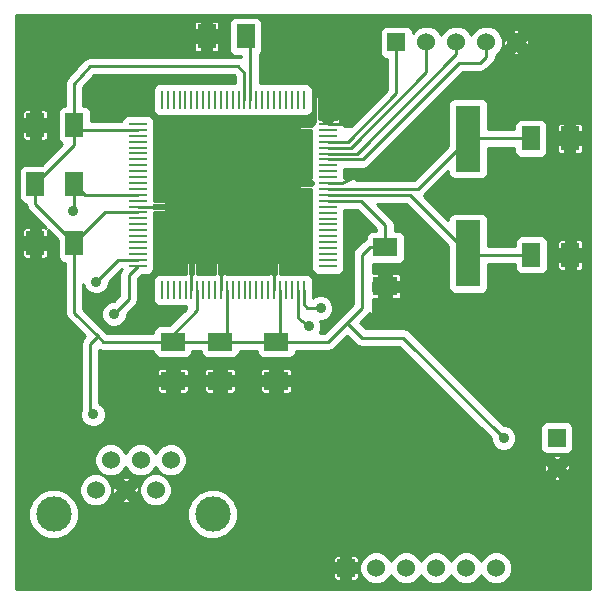
<source format=gtl>
%FSLAX34Y34*%
G04 Gerber Fmt 3.4, Leading zero omitted, Abs format*
G04 (created by PCBNEW (2013-12-18 BZR 4557)-product) date lun 14 abr 2014 17:53:11 CLST*
%MOIN*%
G01*
G70*
G90*
G04 APERTURE LIST*
%ADD10C,0.005906*%
%ADD11R,0.060000X0.080000*%
%ADD12R,0.080000X0.060000*%
%ADD13C,0.060000*%
%ADD14C,0.118100*%
%ADD15R,0.060000X0.060000*%
%ADD16R,0.082700X0.220500*%
%ADD17R,0.011000X0.059000*%
%ADD18R,0.059000X0.011000*%
%ADD19C,0.035000*%
%ADD20C,0.011024*%
%ADD21C,0.010000*%
G04 APERTURE END LIST*
G54D10*
G54D11*
X49468Y-31496D03*
X48168Y-31496D03*
X49468Y-35433D03*
X48168Y-35433D03*
G54D12*
X52755Y-38720D03*
X52755Y-40020D03*
X54330Y-38720D03*
X54330Y-40020D03*
X56200Y-38720D03*
X56200Y-40020D03*
G54D11*
X64692Y-31940D03*
X65992Y-31940D03*
G54D12*
X59842Y-35570D03*
X59842Y-36870D03*
G54D11*
X55177Y-28543D03*
X53877Y-28543D03*
X64704Y-35826D03*
X66004Y-35826D03*
G54D13*
X51676Y-42661D03*
X50676Y-42661D03*
X52676Y-42661D03*
X50176Y-43661D03*
X51176Y-43661D03*
X52176Y-43661D03*
G54D14*
X54076Y-44461D03*
X48776Y-44461D03*
G54D15*
X65551Y-41921D03*
G54D13*
X65551Y-42921D03*
G54D11*
X48168Y-33464D03*
X49468Y-33464D03*
G54D15*
X58523Y-46259D03*
G54D13*
X59523Y-46259D03*
X60523Y-46259D03*
X61523Y-46259D03*
X62523Y-46259D03*
X63523Y-46259D03*
G54D16*
X62598Y-35767D03*
X62598Y-31949D03*
G54D17*
X52386Y-30650D03*
X52582Y-30650D03*
X52779Y-30650D03*
X52976Y-30650D03*
X53172Y-30650D03*
X53369Y-30650D03*
X53566Y-30650D03*
X53763Y-30650D03*
X53960Y-30650D03*
X54157Y-30650D03*
X54354Y-30650D03*
X54551Y-30650D03*
X54748Y-30650D03*
X54945Y-30650D03*
X55141Y-30650D03*
X55338Y-30650D03*
X55535Y-30650D03*
X55731Y-30650D03*
X55928Y-30650D03*
X56125Y-30650D03*
X56321Y-30650D03*
X56518Y-30650D03*
X56715Y-30650D03*
X56912Y-30650D03*
X57109Y-30650D03*
G54D18*
X57918Y-36186D03*
X57918Y-35989D03*
X57918Y-35792D03*
X57918Y-35595D03*
X57918Y-35398D03*
X57918Y-35202D03*
X57918Y-35005D03*
X57918Y-34808D03*
X57918Y-34612D03*
X57918Y-34415D03*
X57918Y-34218D03*
X57918Y-34022D03*
X57918Y-33825D03*
X57918Y-33628D03*
X57918Y-33431D03*
X57918Y-33234D03*
X57918Y-33037D03*
X57918Y-32840D03*
X57918Y-32643D03*
X57918Y-32446D03*
X57918Y-32249D03*
X57918Y-32053D03*
X57918Y-31856D03*
X57918Y-31659D03*
X57918Y-31463D03*
G54D17*
X57113Y-36995D03*
X56917Y-36995D03*
X56720Y-36995D03*
X56523Y-36995D03*
X56327Y-36995D03*
X56130Y-36995D03*
X55933Y-36995D03*
X55736Y-36995D03*
X55539Y-36995D03*
X55342Y-36995D03*
X55145Y-36995D03*
X54948Y-36995D03*
X54751Y-36995D03*
X54554Y-36995D03*
X54358Y-36995D03*
X54161Y-36995D03*
X53964Y-36995D03*
X53768Y-36995D03*
X53571Y-36995D03*
X53374Y-36995D03*
X53178Y-36995D03*
X52981Y-36995D03*
X52784Y-36995D03*
X52587Y-36995D03*
X52390Y-36995D03*
G54D18*
X51583Y-31457D03*
X51583Y-31654D03*
X51583Y-31851D03*
X51583Y-32048D03*
X51583Y-32245D03*
X51583Y-32441D03*
X51583Y-32638D03*
X51583Y-32835D03*
X51583Y-33031D03*
X51583Y-33228D03*
X51583Y-33425D03*
X51583Y-33621D03*
X51583Y-33818D03*
X51583Y-34015D03*
X51583Y-34212D03*
X51583Y-34409D03*
X51583Y-34606D03*
X51583Y-34803D03*
X51583Y-35000D03*
X51583Y-35197D03*
X51583Y-35394D03*
X51583Y-35590D03*
X51583Y-35787D03*
X51583Y-35984D03*
X51583Y-36180D03*
G54D15*
X60204Y-28740D03*
G54D13*
X61204Y-28740D03*
X62204Y-28740D03*
X63204Y-28740D03*
X64204Y-28740D03*
G54D19*
X50196Y-36712D03*
X50787Y-37795D03*
X57283Y-38188D03*
X57677Y-37598D03*
X49409Y-34350D03*
X50098Y-41141D03*
X63779Y-41929D03*
G54D20*
X55338Y-30650D02*
X55338Y-28480D01*
X55338Y-28480D02*
X55413Y-28405D01*
X57918Y-33825D02*
X60656Y-33825D01*
X60656Y-33825D02*
X62598Y-35767D01*
X64704Y-35826D02*
X62657Y-35826D01*
X62657Y-35826D02*
X62598Y-35767D01*
X57918Y-33628D02*
X60919Y-33628D01*
X60919Y-33628D02*
X62598Y-31949D01*
X64692Y-31940D02*
X62606Y-31940D01*
X62606Y-31940D02*
X62598Y-31949D01*
X50924Y-35984D02*
X51583Y-35984D01*
X50196Y-36712D02*
X50924Y-35984D01*
X51279Y-36484D02*
X51583Y-36180D01*
X51279Y-37303D02*
X51279Y-36484D01*
X50787Y-37795D02*
X51279Y-37303D01*
X56917Y-37921D02*
X56917Y-36995D01*
X57283Y-38188D02*
X56917Y-37921D01*
X57113Y-36995D02*
X57113Y-37472D01*
X57239Y-37598D02*
X57677Y-37598D01*
X57113Y-37472D02*
X57239Y-37598D01*
X49468Y-34290D02*
X49468Y-33464D01*
X49409Y-34350D02*
X49468Y-34290D01*
X51583Y-33818D02*
X49822Y-33818D01*
X49822Y-33818D02*
X49468Y-33464D01*
X56130Y-36995D02*
X56130Y-34912D01*
X56130Y-34912D02*
X56200Y-34842D01*
X54358Y-36995D02*
X54358Y-35165D01*
X54358Y-35165D02*
X54330Y-35137D01*
X53374Y-36995D02*
X53374Y-35067D01*
X53374Y-35067D02*
X53346Y-35039D01*
X51583Y-34212D02*
X53583Y-34212D01*
X53583Y-34212D02*
X53641Y-34153D01*
X57918Y-33431D02*
X58399Y-33431D01*
X58399Y-33431D02*
X59153Y-33070D01*
X57918Y-31463D02*
X58694Y-31463D01*
X58694Y-31463D02*
X59744Y-30413D01*
X57918Y-32643D02*
X59089Y-32643D01*
X63204Y-29216D02*
X63204Y-28740D01*
X62992Y-29429D02*
X63204Y-29216D01*
X62303Y-29429D02*
X62992Y-29429D01*
X59089Y-32643D02*
X62303Y-29429D01*
X57918Y-32446D02*
X58892Y-32446D01*
X62204Y-29133D02*
X62204Y-28740D01*
X58892Y-32446D02*
X62204Y-29133D01*
X57918Y-32249D02*
X58695Y-32249D01*
X61204Y-29740D02*
X61204Y-28740D01*
X58695Y-32249D02*
X61204Y-29740D01*
X57918Y-32053D02*
X58596Y-32053D01*
X60204Y-30444D02*
X60204Y-28740D01*
X58596Y-32053D02*
X60204Y-30444D01*
X50246Y-38533D02*
X50000Y-38779D01*
X50000Y-40944D02*
X50000Y-39862D01*
X50098Y-41141D02*
X50000Y-40944D01*
X50000Y-38779D02*
X50000Y-39862D01*
X54330Y-38720D02*
X56200Y-38720D01*
X54330Y-38720D02*
X52755Y-38720D01*
X51673Y-38720D02*
X52755Y-38720D01*
X49468Y-35433D02*
X49468Y-37756D01*
X50432Y-38720D02*
X51673Y-38720D01*
X49468Y-37756D02*
X50246Y-38533D01*
X50246Y-38533D02*
X50432Y-38720D01*
X51673Y-38720D02*
X51870Y-38720D01*
X53571Y-36995D02*
X53571Y-37669D01*
X52755Y-38484D02*
X52755Y-38720D01*
X53571Y-37669D02*
X52755Y-38484D01*
X59055Y-38582D02*
X58562Y-38090D01*
X60433Y-38582D02*
X59055Y-38582D01*
X63779Y-41929D02*
X60433Y-38582D01*
X49468Y-31496D02*
X49468Y-32164D01*
X49468Y-32164D02*
X48168Y-33464D01*
X49468Y-31496D02*
X49468Y-30118D01*
X50000Y-29527D02*
X50090Y-29527D01*
X50000Y-29527D02*
X49468Y-30118D01*
X51583Y-34409D02*
X50492Y-34409D01*
X50492Y-34409D02*
X49468Y-35433D01*
X51583Y-31654D02*
X49626Y-31654D01*
X56327Y-36995D02*
X56327Y-38691D01*
X56327Y-38691D02*
X56299Y-38720D01*
X54554Y-36995D02*
X54554Y-38496D01*
X54554Y-38496D02*
X54330Y-38720D01*
X55141Y-30650D02*
X55141Y-29748D01*
X54921Y-29527D02*
X50090Y-29527D01*
X55141Y-29748D02*
X54921Y-29527D01*
X56299Y-38720D02*
X57933Y-38720D01*
X59311Y-35570D02*
X59842Y-35570D01*
X59055Y-35826D02*
X59311Y-35570D01*
X59055Y-37598D02*
X59055Y-35826D01*
X57933Y-38720D02*
X58562Y-38090D01*
X58562Y-38090D02*
X59055Y-37598D01*
X57918Y-34022D02*
X59022Y-34022D01*
X59022Y-34022D02*
X59842Y-34842D01*
X59842Y-34842D02*
X59842Y-35570D01*
X51870Y-38720D02*
X51968Y-38720D01*
X48168Y-33464D02*
X48168Y-34133D01*
X48168Y-34133D02*
X49468Y-35433D01*
G54D10*
G36*
X66649Y-46964D02*
X66433Y-46964D01*
X66433Y-36252D01*
X66433Y-36201D01*
X66433Y-36058D01*
X66433Y-35594D01*
X66433Y-35452D01*
X66433Y-35401D01*
X66421Y-35372D01*
X66421Y-32366D01*
X66421Y-32315D01*
X66421Y-32173D01*
X66421Y-31708D01*
X66421Y-31566D01*
X66421Y-31515D01*
X66401Y-31468D01*
X66365Y-31431D01*
X66318Y-31412D01*
X66174Y-31412D01*
X66142Y-31444D01*
X66142Y-31740D01*
X66389Y-31740D01*
X66421Y-31708D01*
X66421Y-32173D01*
X66389Y-32140D01*
X66142Y-32140D01*
X66142Y-32437D01*
X66174Y-32469D01*
X66318Y-32469D01*
X66365Y-32450D01*
X66401Y-32413D01*
X66421Y-32366D01*
X66421Y-35372D01*
X66413Y-35353D01*
X66377Y-35317D01*
X66329Y-35298D01*
X66186Y-35298D01*
X66154Y-35330D01*
X66154Y-35626D01*
X66400Y-35626D01*
X66433Y-35594D01*
X66433Y-36058D01*
X66400Y-36026D01*
X66154Y-36026D01*
X66154Y-36323D01*
X66186Y-36355D01*
X66329Y-36355D01*
X66377Y-36335D01*
X66413Y-36299D01*
X66433Y-36252D01*
X66433Y-46964D01*
X66101Y-46964D01*
X66101Y-42270D01*
X66101Y-42171D01*
X66101Y-41571D01*
X66063Y-41479D01*
X65992Y-41409D01*
X65900Y-41371D01*
X65854Y-41371D01*
X65854Y-36323D01*
X65854Y-36026D01*
X65854Y-35626D01*
X65854Y-35330D01*
X65842Y-35318D01*
X65842Y-32437D01*
X65842Y-32140D01*
X65842Y-31740D01*
X65842Y-31444D01*
X65810Y-31412D01*
X65666Y-31412D01*
X65619Y-31431D01*
X65583Y-31468D01*
X65563Y-31515D01*
X65563Y-31566D01*
X65563Y-31708D01*
X65595Y-31740D01*
X65842Y-31740D01*
X65842Y-32140D01*
X65595Y-32140D01*
X65563Y-32173D01*
X65563Y-32315D01*
X65563Y-32366D01*
X65583Y-32413D01*
X65619Y-32450D01*
X65666Y-32469D01*
X65810Y-32469D01*
X65842Y-32437D01*
X65842Y-35318D01*
X65822Y-35298D01*
X65678Y-35298D01*
X65631Y-35317D01*
X65595Y-35353D01*
X65575Y-35401D01*
X65575Y-35452D01*
X65575Y-35594D01*
X65607Y-35626D01*
X65854Y-35626D01*
X65854Y-36026D01*
X65607Y-36026D01*
X65575Y-36058D01*
X65575Y-36201D01*
X65575Y-36252D01*
X65595Y-36299D01*
X65631Y-36335D01*
X65678Y-36355D01*
X65822Y-36355D01*
X65854Y-36323D01*
X65854Y-41371D01*
X65801Y-41371D01*
X65254Y-41371D01*
X65254Y-36276D01*
X65254Y-36177D01*
X65254Y-35377D01*
X65216Y-35285D01*
X65145Y-35214D01*
X65054Y-35176D01*
X64954Y-35176D01*
X64354Y-35176D01*
X64262Y-35214D01*
X64192Y-35285D01*
X64154Y-35377D01*
X64154Y-35476D01*
X64154Y-35521D01*
X63261Y-35521D01*
X63261Y-34615D01*
X63223Y-34523D01*
X63153Y-34452D01*
X63061Y-34414D01*
X62962Y-34414D01*
X62135Y-34414D01*
X62043Y-34452D01*
X61972Y-34523D01*
X61934Y-34615D01*
X61934Y-34672D01*
X61118Y-33855D01*
X61134Y-33844D01*
X61934Y-33044D01*
X61934Y-33101D01*
X61972Y-33193D01*
X62043Y-33263D01*
X62135Y-33301D01*
X62234Y-33301D01*
X63061Y-33301D01*
X63153Y-33263D01*
X63223Y-33193D01*
X63261Y-33101D01*
X63261Y-33002D01*
X63261Y-32246D01*
X64142Y-32246D01*
X64142Y-32390D01*
X64180Y-32482D01*
X64250Y-32552D01*
X64342Y-32590D01*
X64442Y-32590D01*
X65042Y-32590D01*
X65134Y-32552D01*
X65204Y-32482D01*
X65242Y-32390D01*
X65242Y-32291D01*
X65242Y-31491D01*
X65204Y-31399D01*
X65134Y-31329D01*
X65042Y-31290D01*
X64942Y-31290D01*
X64638Y-31290D01*
X64638Y-28690D01*
X64625Y-28620D01*
X64576Y-28580D01*
X64416Y-28740D01*
X64576Y-28900D01*
X64625Y-28860D01*
X64638Y-28690D01*
X64638Y-31290D01*
X64364Y-31290D01*
X64364Y-29112D01*
X64364Y-28368D01*
X64324Y-28319D01*
X64154Y-28305D01*
X64084Y-28319D01*
X64044Y-28368D01*
X64204Y-28528D01*
X64364Y-28368D01*
X64364Y-29112D01*
X64204Y-28952D01*
X64044Y-29112D01*
X64084Y-29160D01*
X64254Y-29174D01*
X64324Y-29160D01*
X64364Y-29112D01*
X64364Y-31290D01*
X64342Y-31290D01*
X64250Y-31329D01*
X64180Y-31399D01*
X64142Y-31491D01*
X64142Y-31590D01*
X64142Y-31635D01*
X63992Y-31635D01*
X63992Y-28740D01*
X63832Y-28580D01*
X63784Y-28620D01*
X63770Y-28790D01*
X63784Y-28860D01*
X63832Y-28900D01*
X63992Y-28740D01*
X63992Y-31635D01*
X63261Y-31635D01*
X63261Y-30797D01*
X63223Y-30705D01*
X63153Y-30634D01*
X63061Y-30596D01*
X62962Y-30596D01*
X62135Y-30596D01*
X62043Y-30634D01*
X61972Y-30705D01*
X61934Y-30797D01*
X61934Y-30896D01*
X61934Y-32181D01*
X60792Y-33323D01*
X58868Y-33323D01*
X58868Y-33247D01*
X58463Y-33247D01*
X58463Y-33239D01*
X58463Y-33141D01*
X58463Y-33129D01*
X58463Y-33042D01*
X58463Y-32948D01*
X59089Y-32948D01*
X59206Y-32924D01*
X59305Y-32858D01*
X62429Y-29734D01*
X62992Y-29734D01*
X63108Y-29711D01*
X63207Y-29644D01*
X63420Y-29432D01*
X63486Y-29333D01*
X63509Y-29216D01*
X63509Y-29209D01*
X63515Y-29206D01*
X63670Y-29052D01*
X63754Y-28850D01*
X63754Y-28631D01*
X63671Y-28429D01*
X63516Y-28274D01*
X63314Y-28190D01*
X63095Y-28190D01*
X62893Y-28273D01*
X62738Y-28428D01*
X62704Y-28510D01*
X62671Y-28429D01*
X62516Y-28274D01*
X62314Y-28190D01*
X62095Y-28190D01*
X61893Y-28273D01*
X61738Y-28428D01*
X61704Y-28510D01*
X61671Y-28429D01*
X61516Y-28274D01*
X61314Y-28190D01*
X61095Y-28190D01*
X60893Y-28273D01*
X60754Y-28412D01*
X60754Y-28390D01*
X60716Y-28298D01*
X60646Y-28228D01*
X60554Y-28190D01*
X60454Y-28190D01*
X59854Y-28190D01*
X59763Y-28228D01*
X59692Y-28298D01*
X59654Y-28390D01*
X59654Y-28489D01*
X59654Y-29089D01*
X59692Y-29181D01*
X59763Y-29252D01*
X59854Y-29290D01*
X59899Y-29290D01*
X59899Y-30318D01*
X58700Y-31518D01*
X58448Y-31518D01*
X58425Y-31462D01*
X58355Y-31392D01*
X58342Y-31386D01*
X58342Y-31382D01*
X58342Y-30513D01*
X58213Y-30513D01*
X58213Y-31279D01*
X58188Y-31279D01*
X58098Y-31279D01*
X58066Y-31311D01*
X58066Y-31354D01*
X57771Y-31354D01*
X57771Y-31311D01*
X57739Y-31279D01*
X57649Y-31279D01*
X57623Y-31279D01*
X57623Y-30513D01*
X57495Y-30513D01*
X57495Y-31382D01*
X57495Y-31386D01*
X57482Y-31392D01*
X57411Y-31462D01*
X57388Y-31518D01*
X56968Y-31518D01*
X56968Y-31646D01*
X57373Y-31646D01*
X57373Y-31653D01*
X57373Y-31751D01*
X57373Y-31763D01*
X57373Y-31850D01*
X57373Y-31948D01*
X57373Y-31960D01*
X57373Y-32047D01*
X57373Y-32144D01*
X57373Y-32157D01*
X57373Y-32243D01*
X57373Y-32341D01*
X57373Y-32353D01*
X57373Y-32440D01*
X57373Y-32538D01*
X57373Y-32550D01*
X57373Y-32637D01*
X57373Y-32735D01*
X57373Y-32747D01*
X57373Y-32834D01*
X57373Y-32932D01*
X57373Y-32944D01*
X57373Y-33031D01*
X57373Y-33129D01*
X57373Y-33141D01*
X57373Y-33229D01*
X57373Y-33247D01*
X56968Y-33247D01*
X56968Y-33376D01*
X57389Y-33376D01*
X57411Y-33431D01*
X57412Y-33431D01*
X57411Y-33432D01*
X57389Y-33486D01*
X56968Y-33486D01*
X56968Y-33615D01*
X57373Y-33615D01*
X57373Y-33623D01*
X57373Y-33720D01*
X57373Y-33733D01*
X57373Y-33820D01*
X57373Y-33917D01*
X57373Y-33930D01*
X57373Y-34017D01*
X57373Y-34113D01*
X57373Y-34127D01*
X57373Y-34213D01*
X57373Y-34310D01*
X57373Y-34323D01*
X57373Y-34410D01*
X57373Y-34507D01*
X57373Y-34520D01*
X57373Y-34607D01*
X57373Y-34703D01*
X57373Y-34717D01*
X57373Y-34803D01*
X57373Y-34900D01*
X57373Y-34913D01*
X57373Y-35000D01*
X57373Y-35097D01*
X57373Y-35110D01*
X57373Y-35197D01*
X57373Y-35293D01*
X57373Y-35307D01*
X57373Y-35393D01*
X57373Y-35490D01*
X57373Y-35503D01*
X57373Y-35590D01*
X57373Y-35687D01*
X57373Y-35700D01*
X57373Y-35787D01*
X57373Y-35884D01*
X57373Y-35897D01*
X57373Y-35984D01*
X57373Y-36081D01*
X57373Y-36094D01*
X57373Y-36181D01*
X57373Y-36291D01*
X57411Y-36383D01*
X57482Y-36453D01*
X57574Y-36491D01*
X57673Y-36491D01*
X58263Y-36491D01*
X58355Y-36453D01*
X58425Y-36383D01*
X58463Y-36291D01*
X58463Y-36191D01*
X58463Y-36094D01*
X58463Y-36081D01*
X58463Y-35994D01*
X58463Y-35897D01*
X58463Y-35884D01*
X58463Y-35797D01*
X58463Y-35700D01*
X58463Y-35687D01*
X58463Y-35600D01*
X58463Y-35503D01*
X58463Y-35490D01*
X58463Y-35403D01*
X58463Y-35307D01*
X58463Y-35293D01*
X58463Y-35207D01*
X58463Y-35110D01*
X58463Y-35097D01*
X58463Y-35010D01*
X58463Y-34913D01*
X58463Y-34900D01*
X58463Y-34813D01*
X58463Y-34717D01*
X58463Y-34703D01*
X58463Y-34617D01*
X58463Y-34520D01*
X58463Y-34507D01*
X58463Y-34420D01*
X58463Y-34327D01*
X58896Y-34327D01*
X59537Y-34968D01*
X59537Y-35020D01*
X59392Y-35020D01*
X59300Y-35058D01*
X59230Y-35128D01*
X59192Y-35220D01*
X59192Y-35290D01*
X59095Y-35354D01*
X58839Y-35611D01*
X58773Y-35710D01*
X58750Y-35826D01*
X58750Y-37472D01*
X58347Y-37874D01*
X58347Y-37874D01*
X57807Y-38414D01*
X57649Y-38414D01*
X57708Y-38273D01*
X57708Y-38104D01*
X57674Y-38023D01*
X57761Y-38023D01*
X57917Y-37958D01*
X58037Y-37839D01*
X58102Y-37683D01*
X58102Y-37514D01*
X58037Y-37357D01*
X57918Y-37238D01*
X57762Y-37173D01*
X57592Y-37173D01*
X57436Y-37237D01*
X57418Y-37255D01*
X57418Y-36995D01*
X57418Y-36995D01*
X57418Y-36650D01*
X57380Y-36558D01*
X57310Y-36488D01*
X57218Y-36450D01*
X57119Y-36450D01*
X57022Y-36450D01*
X57009Y-36450D01*
X56923Y-36450D01*
X56825Y-36450D01*
X56813Y-36450D01*
X56726Y-36450D01*
X56628Y-36450D01*
X56616Y-36450D01*
X56529Y-36450D01*
X56432Y-36450D01*
X56419Y-36450D01*
X56333Y-36450D01*
X56314Y-36450D01*
X56314Y-36045D01*
X56185Y-36045D01*
X56185Y-36466D01*
X56131Y-36488D01*
X56130Y-36489D01*
X56130Y-36488D01*
X56075Y-36466D01*
X56075Y-36045D01*
X55947Y-36045D01*
X55947Y-36450D01*
X55939Y-36450D01*
X55841Y-36450D01*
X55829Y-36450D01*
X55742Y-36450D01*
X55644Y-36450D01*
X55632Y-36450D01*
X55545Y-36450D01*
X55446Y-36450D01*
X55435Y-36450D01*
X55347Y-36450D01*
X55249Y-36450D01*
X55237Y-36450D01*
X55150Y-36450D01*
X55052Y-36450D01*
X55040Y-36450D01*
X54953Y-36450D01*
X54855Y-36450D01*
X54843Y-36450D01*
X54756Y-36450D01*
X54658Y-36450D01*
X54646Y-36450D01*
X54559Y-36450D01*
X54541Y-36450D01*
X54541Y-36045D01*
X54413Y-36045D01*
X54413Y-36465D01*
X54357Y-36488D01*
X54303Y-36466D01*
X54303Y-36045D01*
X54174Y-36045D01*
X54174Y-36450D01*
X54166Y-36450D01*
X54068Y-36450D01*
X54056Y-36450D01*
X53969Y-36450D01*
X53872Y-36450D01*
X53859Y-36450D01*
X53773Y-36450D01*
X53675Y-36450D01*
X53663Y-36450D01*
X53576Y-36450D01*
X53557Y-36450D01*
X53557Y-36045D01*
X53429Y-36045D01*
X53429Y-36466D01*
X53374Y-36488D01*
X53319Y-36465D01*
X53319Y-36045D01*
X53190Y-36045D01*
X53190Y-36450D01*
X53183Y-36450D01*
X53085Y-36450D01*
X53073Y-36450D01*
X52986Y-36450D01*
X52888Y-36450D01*
X52876Y-36450D01*
X52789Y-36450D01*
X52691Y-36450D01*
X52679Y-36450D01*
X52592Y-36450D01*
X52494Y-36450D01*
X52482Y-36450D01*
X52395Y-36450D01*
X52285Y-36450D01*
X52193Y-36488D01*
X52123Y-36558D01*
X52085Y-36650D01*
X52085Y-36750D01*
X52085Y-37340D01*
X52123Y-37432D01*
X52193Y-37502D01*
X52285Y-37540D01*
X52384Y-37540D01*
X52482Y-37540D01*
X52494Y-37540D01*
X52581Y-37540D01*
X52679Y-37540D01*
X52691Y-37540D01*
X52778Y-37540D01*
X52876Y-37540D01*
X52888Y-37540D01*
X52975Y-37540D01*
X53073Y-37540D01*
X53085Y-37540D01*
X53172Y-37540D01*
X53190Y-37540D01*
X53190Y-37618D01*
X52638Y-38170D01*
X52306Y-38170D01*
X52214Y-38208D01*
X52143Y-38278D01*
X52105Y-38370D01*
X52105Y-38414D01*
X51968Y-38414D01*
X51870Y-38414D01*
X51673Y-38414D01*
X50559Y-38414D01*
X50461Y-38317D01*
X50461Y-38317D01*
X49774Y-37629D01*
X49774Y-36802D01*
X49836Y-36953D01*
X49955Y-37072D01*
X50111Y-37137D01*
X50281Y-37137D01*
X50437Y-37073D01*
X50556Y-36953D01*
X50621Y-36797D01*
X50621Y-36719D01*
X51043Y-36297D01*
X51043Y-36298D01*
X50997Y-36367D01*
X50974Y-36484D01*
X50974Y-37176D01*
X50780Y-37370D01*
X50703Y-37370D01*
X50546Y-37434D01*
X50427Y-37554D01*
X50362Y-37710D01*
X50362Y-37879D01*
X50426Y-38035D01*
X50546Y-38155D01*
X50702Y-38220D01*
X50871Y-38220D01*
X51027Y-38155D01*
X51147Y-38036D01*
X51212Y-37880D01*
X51212Y-37801D01*
X51495Y-37518D01*
X51561Y-37419D01*
X51584Y-37303D01*
X51584Y-36610D01*
X51709Y-36485D01*
X51927Y-36485D01*
X52019Y-36447D01*
X52090Y-36377D01*
X52128Y-36285D01*
X52128Y-36185D01*
X52128Y-36089D01*
X52128Y-36075D01*
X52128Y-35989D01*
X52128Y-35892D01*
X52128Y-35879D01*
X52128Y-35792D01*
X52128Y-35695D01*
X52128Y-35682D01*
X52128Y-35595D01*
X52128Y-35499D01*
X52128Y-35485D01*
X52128Y-35399D01*
X52128Y-35302D01*
X52128Y-35289D01*
X52128Y-35202D01*
X52128Y-35105D01*
X52128Y-35092D01*
X52128Y-35005D01*
X52128Y-34908D01*
X52128Y-34895D01*
X52128Y-34808D01*
X52128Y-34711D01*
X52128Y-34698D01*
X52128Y-34611D01*
X52128Y-34513D01*
X52128Y-34501D01*
X52128Y-34414D01*
X52128Y-34395D01*
X52533Y-34395D01*
X52533Y-34267D01*
X52112Y-34267D01*
X52090Y-34212D01*
X52089Y-34212D01*
X52090Y-34211D01*
X52112Y-34157D01*
X52533Y-34157D01*
X52533Y-34028D01*
X52128Y-34028D01*
X52128Y-34020D01*
X52128Y-33922D01*
X52128Y-33910D01*
X52128Y-33823D01*
X52128Y-33725D01*
X52128Y-33713D01*
X52128Y-33626D01*
X52128Y-33529D01*
X52128Y-33516D01*
X52128Y-33430D01*
X52128Y-33332D01*
X52128Y-33320D01*
X52128Y-33233D01*
X52128Y-33135D01*
X52128Y-33123D01*
X52128Y-33036D01*
X52128Y-32939D01*
X52128Y-32926D01*
X52128Y-32840D01*
X52128Y-32742D01*
X52128Y-32730D01*
X52128Y-32643D01*
X52128Y-32545D01*
X52128Y-32533D01*
X52128Y-32446D01*
X52128Y-32349D01*
X52128Y-32336D01*
X52128Y-32250D01*
X52128Y-32152D01*
X52128Y-32140D01*
X52128Y-32053D01*
X52128Y-31955D01*
X52128Y-31943D01*
X52128Y-31856D01*
X52128Y-31758D01*
X52128Y-31746D01*
X52128Y-31659D01*
X52128Y-31561D01*
X52128Y-31549D01*
X52128Y-31462D01*
X52128Y-31352D01*
X52090Y-31260D01*
X52019Y-31190D01*
X51927Y-31152D01*
X51828Y-31152D01*
X51238Y-31152D01*
X51146Y-31190D01*
X51076Y-31260D01*
X51039Y-31348D01*
X50018Y-31348D01*
X50018Y-31046D01*
X49980Y-30954D01*
X49910Y-30884D01*
X49818Y-30846D01*
X49774Y-30846D01*
X49774Y-30235D01*
X50135Y-29832D01*
X54794Y-29832D01*
X54836Y-29874D01*
X54836Y-30105D01*
X54754Y-30105D01*
X54656Y-30105D01*
X54644Y-30105D01*
X54557Y-30105D01*
X54459Y-30105D01*
X54447Y-30105D01*
X54360Y-30105D01*
X54262Y-30105D01*
X54250Y-30105D01*
X54163Y-30105D01*
X54064Y-30105D01*
X54053Y-30105D01*
X53965Y-30105D01*
X53867Y-30105D01*
X53855Y-30105D01*
X53768Y-30105D01*
X53670Y-30105D01*
X53658Y-30105D01*
X53571Y-30105D01*
X53473Y-30105D01*
X53461Y-30105D01*
X53374Y-30105D01*
X53276Y-30105D01*
X53264Y-30105D01*
X53177Y-30105D01*
X53080Y-30105D01*
X53067Y-30105D01*
X52981Y-30105D01*
X52883Y-30105D01*
X52871Y-30105D01*
X52784Y-30105D01*
X52686Y-30105D01*
X52674Y-30105D01*
X52587Y-30105D01*
X52490Y-30105D01*
X52477Y-30105D01*
X52391Y-30105D01*
X52281Y-30105D01*
X52189Y-30143D01*
X52119Y-30213D01*
X52081Y-30305D01*
X52081Y-30404D01*
X52081Y-30994D01*
X52119Y-31086D01*
X52189Y-31157D01*
X52281Y-31195D01*
X52380Y-31195D01*
X52477Y-31195D01*
X52490Y-31195D01*
X52576Y-31195D01*
X52674Y-31195D01*
X52686Y-31195D01*
X52773Y-31195D01*
X52871Y-31195D01*
X52883Y-31195D01*
X52970Y-31195D01*
X53067Y-31195D01*
X53080Y-31195D01*
X53166Y-31195D01*
X53264Y-31195D01*
X53276Y-31195D01*
X53363Y-31195D01*
X53461Y-31195D01*
X53473Y-31195D01*
X53560Y-31195D01*
X53658Y-31195D01*
X53670Y-31195D01*
X53757Y-31195D01*
X53855Y-31195D01*
X53867Y-31195D01*
X53954Y-31195D01*
X54053Y-31195D01*
X54064Y-31195D01*
X54152Y-31195D01*
X54250Y-31195D01*
X54262Y-31195D01*
X54349Y-31195D01*
X54447Y-31195D01*
X54459Y-31195D01*
X54546Y-31195D01*
X54644Y-31195D01*
X54656Y-31195D01*
X54743Y-31195D01*
X54841Y-31195D01*
X54853Y-31195D01*
X54940Y-31195D01*
X55037Y-31195D01*
X55050Y-31195D01*
X55136Y-31195D01*
X55234Y-31195D01*
X55246Y-31195D01*
X55333Y-31195D01*
X55431Y-31195D01*
X55443Y-31195D01*
X55530Y-31195D01*
X55627Y-31195D01*
X55640Y-31195D01*
X55726Y-31195D01*
X55824Y-31195D01*
X55836Y-31195D01*
X55923Y-31195D01*
X56021Y-31195D01*
X56033Y-31195D01*
X56120Y-31195D01*
X56217Y-31195D01*
X56230Y-31195D01*
X56316Y-31195D01*
X56414Y-31195D01*
X56426Y-31195D01*
X56513Y-31195D01*
X56611Y-31195D01*
X56623Y-31195D01*
X56710Y-31195D01*
X56808Y-31195D01*
X56820Y-31195D01*
X56907Y-31195D01*
X57005Y-31195D01*
X57017Y-31195D01*
X57104Y-31195D01*
X57214Y-31195D01*
X57306Y-31157D01*
X57376Y-31086D01*
X57414Y-30994D01*
X57414Y-30895D01*
X57414Y-30305D01*
X57376Y-30213D01*
X57306Y-30143D01*
X57214Y-30105D01*
X57115Y-30105D01*
X57017Y-30105D01*
X57005Y-30105D01*
X56918Y-30105D01*
X56820Y-30105D01*
X56808Y-30105D01*
X56721Y-30105D01*
X56623Y-30105D01*
X56611Y-30105D01*
X56524Y-30105D01*
X56426Y-30105D01*
X56414Y-30105D01*
X56327Y-30105D01*
X56230Y-30105D01*
X56217Y-30105D01*
X56131Y-30105D01*
X56033Y-30105D01*
X56021Y-30105D01*
X55934Y-30105D01*
X55836Y-30105D01*
X55824Y-30105D01*
X55737Y-30105D01*
X55643Y-30105D01*
X55643Y-29130D01*
X55689Y-29084D01*
X55727Y-28993D01*
X55727Y-28893D01*
X55727Y-28093D01*
X55689Y-28001D01*
X55619Y-27931D01*
X55527Y-27893D01*
X55427Y-27893D01*
X54827Y-27893D01*
X54735Y-27931D01*
X54665Y-28001D01*
X54627Y-28093D01*
X54627Y-28193D01*
X54627Y-28993D01*
X54665Y-29084D01*
X54735Y-29155D01*
X54827Y-29193D01*
X54927Y-29193D01*
X55033Y-29193D01*
X55033Y-29244D01*
X54921Y-29222D01*
X54306Y-29222D01*
X54306Y-28968D01*
X54306Y-28917D01*
X54306Y-28775D01*
X54306Y-28311D01*
X54306Y-28168D01*
X54306Y-28117D01*
X54286Y-28070D01*
X54250Y-28034D01*
X54203Y-28014D01*
X54059Y-28014D01*
X54027Y-28046D01*
X54027Y-28343D01*
X54274Y-28343D01*
X54306Y-28311D01*
X54306Y-28775D01*
X54274Y-28743D01*
X54027Y-28743D01*
X54027Y-29039D01*
X54059Y-29072D01*
X54203Y-29072D01*
X54250Y-29052D01*
X54286Y-29016D01*
X54306Y-28968D01*
X54306Y-29222D01*
X53727Y-29222D01*
X53727Y-29039D01*
X53727Y-28743D01*
X53727Y-28343D01*
X53727Y-28046D01*
X53695Y-28014D01*
X53551Y-28014D01*
X53504Y-28034D01*
X53468Y-28070D01*
X53448Y-28117D01*
X53448Y-28168D01*
X53448Y-28311D01*
X53481Y-28343D01*
X53727Y-28343D01*
X53727Y-28743D01*
X53481Y-28743D01*
X53448Y-28775D01*
X53448Y-28917D01*
X53448Y-28968D01*
X53468Y-29016D01*
X53504Y-29052D01*
X53551Y-29072D01*
X53695Y-29072D01*
X53727Y-29039D01*
X53727Y-29222D01*
X50090Y-29222D01*
X50000Y-29222D01*
X49991Y-29224D01*
X49983Y-29222D01*
X49933Y-29235D01*
X49883Y-29245D01*
X49876Y-29250D01*
X49868Y-29252D01*
X49827Y-29283D01*
X49784Y-29311D01*
X49779Y-29318D01*
X49773Y-29323D01*
X49242Y-29914D01*
X49215Y-29958D01*
X49187Y-30001D01*
X49185Y-30009D01*
X49181Y-30016D01*
X49173Y-30067D01*
X49163Y-30118D01*
X49163Y-30846D01*
X49119Y-30846D01*
X49027Y-30884D01*
X48956Y-30954D01*
X48918Y-31046D01*
X48918Y-31145D01*
X48918Y-31945D01*
X48956Y-32037D01*
X49027Y-32108D01*
X49074Y-32127D01*
X48597Y-32604D01*
X48597Y-31921D01*
X48597Y-31870D01*
X48597Y-31728D01*
X48597Y-31263D01*
X48597Y-31121D01*
X48597Y-31070D01*
X48578Y-31023D01*
X48541Y-30986D01*
X48494Y-30967D01*
X48351Y-30967D01*
X48318Y-30999D01*
X48318Y-31296D01*
X48565Y-31296D01*
X48597Y-31263D01*
X48597Y-31728D01*
X48565Y-31696D01*
X48318Y-31696D01*
X48318Y-31992D01*
X48351Y-32024D01*
X48494Y-32024D01*
X48541Y-32005D01*
X48578Y-31968D01*
X48597Y-31921D01*
X48597Y-32604D01*
X48387Y-32814D01*
X48018Y-32814D01*
X48018Y-31992D01*
X48018Y-31696D01*
X48018Y-31296D01*
X48018Y-30999D01*
X47986Y-30967D01*
X47843Y-30967D01*
X47795Y-30986D01*
X47759Y-31023D01*
X47740Y-31070D01*
X47740Y-31121D01*
X47740Y-31263D01*
X47772Y-31296D01*
X48018Y-31296D01*
X48018Y-31696D01*
X47772Y-31696D01*
X47740Y-31728D01*
X47740Y-31870D01*
X47740Y-31921D01*
X47759Y-31968D01*
X47795Y-32005D01*
X47843Y-32024D01*
X47986Y-32024D01*
X48018Y-31992D01*
X48018Y-32814D01*
X47819Y-32814D01*
X47727Y-32852D01*
X47656Y-32922D01*
X47618Y-33014D01*
X47618Y-33114D01*
X47618Y-33914D01*
X47656Y-34006D01*
X47727Y-34076D01*
X47819Y-34114D01*
X47863Y-34114D01*
X47863Y-34133D01*
X47887Y-34249D01*
X47953Y-34348D01*
X48518Y-34914D01*
X48494Y-34904D01*
X48351Y-34904D01*
X48318Y-34936D01*
X48318Y-35233D01*
X48565Y-35233D01*
X48597Y-35200D01*
X48597Y-35058D01*
X48597Y-35007D01*
X48587Y-34983D01*
X48918Y-35314D01*
X48918Y-35882D01*
X48956Y-35974D01*
X49027Y-36045D01*
X49119Y-36083D01*
X49163Y-36083D01*
X49163Y-37756D01*
X49187Y-37873D01*
X49253Y-37972D01*
X49814Y-38533D01*
X49784Y-38563D01*
X49718Y-38662D01*
X49694Y-38779D01*
X49694Y-39862D01*
X49694Y-40944D01*
X49697Y-40955D01*
X49695Y-40966D01*
X49701Y-40988D01*
X49673Y-41056D01*
X49673Y-41225D01*
X49737Y-41382D01*
X49857Y-41501D01*
X50013Y-41566D01*
X50182Y-41566D01*
X50338Y-41502D01*
X50458Y-41382D01*
X50523Y-41226D01*
X50523Y-41057D01*
X50458Y-40901D01*
X50339Y-40781D01*
X50305Y-40767D01*
X50305Y-39862D01*
X50305Y-38994D01*
X50315Y-39001D01*
X50432Y-39025D01*
X51673Y-39025D01*
X51870Y-39025D01*
X51968Y-39025D01*
X52105Y-39025D01*
X52105Y-39069D01*
X52143Y-39161D01*
X52214Y-39232D01*
X52306Y-39270D01*
X52405Y-39270D01*
X53205Y-39270D01*
X53297Y-39232D01*
X53367Y-39161D01*
X53405Y-39069D01*
X53405Y-39025D01*
X53680Y-39025D01*
X53680Y-39069D01*
X53718Y-39161D01*
X53789Y-39232D01*
X53880Y-39270D01*
X53980Y-39270D01*
X54780Y-39270D01*
X54872Y-39232D01*
X54942Y-39161D01*
X54980Y-39069D01*
X54980Y-39025D01*
X55550Y-39025D01*
X55550Y-39069D01*
X55588Y-39161D01*
X55659Y-39232D01*
X55751Y-39270D01*
X55850Y-39270D01*
X56650Y-39270D01*
X56742Y-39232D01*
X56812Y-39161D01*
X56850Y-39069D01*
X56850Y-39025D01*
X57933Y-39025D01*
X58050Y-39001D01*
X58149Y-38935D01*
X58562Y-38522D01*
X58839Y-38798D01*
X58938Y-38864D01*
X59055Y-38887D01*
X60306Y-38887D01*
X63354Y-41935D01*
X63354Y-42013D01*
X63419Y-42169D01*
X63538Y-42289D01*
X63694Y-42354D01*
X63863Y-42354D01*
X64019Y-42289D01*
X64139Y-42170D01*
X64204Y-42014D01*
X64204Y-41844D01*
X64140Y-41688D01*
X64020Y-41569D01*
X63864Y-41504D01*
X63786Y-41504D01*
X60648Y-38366D01*
X60549Y-38300D01*
X60433Y-38277D01*
X60371Y-38277D01*
X60371Y-37196D01*
X60371Y-37052D01*
X60371Y-36688D01*
X60371Y-36544D01*
X60351Y-36497D01*
X60315Y-36461D01*
X60268Y-36441D01*
X60216Y-36441D01*
X60074Y-36441D01*
X60042Y-36473D01*
X60042Y-36720D01*
X60339Y-36720D01*
X60371Y-36688D01*
X60371Y-37052D01*
X60339Y-37020D01*
X60042Y-37020D01*
X60042Y-37267D01*
X60074Y-37299D01*
X60216Y-37299D01*
X60268Y-37299D01*
X60315Y-37279D01*
X60351Y-37243D01*
X60371Y-37196D01*
X60371Y-38277D01*
X59181Y-38277D01*
X58994Y-38090D01*
X59270Y-37814D01*
X59313Y-37749D01*
X59313Y-37820D01*
X59442Y-37820D01*
X59442Y-37299D01*
X59468Y-37299D01*
X59610Y-37299D01*
X59642Y-37267D01*
X59642Y-37020D01*
X59442Y-37020D01*
X59442Y-36720D01*
X59642Y-36720D01*
X59642Y-36473D01*
X59610Y-36441D01*
X59468Y-36441D01*
X59442Y-36441D01*
X59442Y-36120D01*
X59492Y-36120D01*
X60292Y-36120D01*
X60384Y-36082D01*
X60454Y-36012D01*
X60492Y-35920D01*
X60492Y-35820D01*
X60492Y-35220D01*
X60454Y-35128D01*
X60384Y-35058D01*
X60292Y-35020D01*
X60192Y-35020D01*
X60147Y-35020D01*
X60147Y-34842D01*
X60124Y-34725D01*
X60058Y-34626D01*
X59562Y-34130D01*
X60530Y-34130D01*
X61934Y-35535D01*
X61934Y-36919D01*
X61972Y-37011D01*
X62043Y-37081D01*
X62135Y-37119D01*
X62234Y-37119D01*
X63061Y-37119D01*
X63153Y-37081D01*
X63223Y-37011D01*
X63261Y-36919D01*
X63261Y-36820D01*
X63261Y-36131D01*
X64154Y-36131D01*
X64154Y-36276D01*
X64192Y-36368D01*
X64262Y-36438D01*
X64354Y-36476D01*
X64454Y-36476D01*
X65054Y-36476D01*
X65145Y-36438D01*
X65216Y-36368D01*
X65254Y-36276D01*
X65254Y-41371D01*
X65201Y-41371D01*
X65109Y-41409D01*
X65039Y-41479D01*
X65001Y-41571D01*
X65001Y-41670D01*
X65001Y-42270D01*
X65039Y-42362D01*
X65109Y-42433D01*
X65201Y-42471D01*
X65300Y-42471D01*
X65900Y-42471D01*
X65992Y-42433D01*
X66063Y-42362D01*
X66101Y-42270D01*
X66101Y-46964D01*
X65985Y-46964D01*
X65985Y-42871D01*
X65971Y-42801D01*
X65923Y-42761D01*
X65763Y-42921D01*
X65923Y-43081D01*
X65971Y-43041D01*
X65985Y-42871D01*
X65985Y-46964D01*
X65711Y-46964D01*
X65711Y-43293D01*
X65711Y-42549D01*
X65671Y-42500D01*
X65501Y-42486D01*
X65431Y-42500D01*
X65391Y-42549D01*
X65551Y-42709D01*
X65711Y-42549D01*
X65711Y-43293D01*
X65551Y-43133D01*
X65391Y-43293D01*
X65431Y-43341D01*
X65601Y-43355D01*
X65671Y-43341D01*
X65711Y-43293D01*
X65711Y-46964D01*
X65339Y-46964D01*
X65339Y-42921D01*
X65179Y-42761D01*
X65130Y-42801D01*
X65116Y-42971D01*
X65130Y-43041D01*
X65179Y-43081D01*
X65339Y-42921D01*
X65339Y-46964D01*
X64073Y-46964D01*
X64073Y-46150D01*
X63990Y-45948D01*
X63835Y-45793D01*
X63633Y-45709D01*
X63414Y-45709D01*
X63212Y-45793D01*
X63057Y-45947D01*
X63023Y-46029D01*
X62990Y-45948D01*
X62835Y-45793D01*
X62633Y-45709D01*
X62414Y-45709D01*
X62212Y-45793D01*
X62057Y-45947D01*
X62023Y-46029D01*
X61990Y-45948D01*
X61835Y-45793D01*
X61633Y-45709D01*
X61414Y-45709D01*
X61212Y-45793D01*
X61057Y-45947D01*
X61023Y-46029D01*
X60990Y-45948D01*
X60835Y-45793D01*
X60633Y-45709D01*
X60414Y-45709D01*
X60212Y-45793D01*
X60057Y-45947D01*
X60023Y-46029D01*
X59990Y-45948D01*
X59835Y-45793D01*
X59633Y-45709D01*
X59414Y-45709D01*
X59212Y-45793D01*
X59057Y-45947D01*
X58973Y-46149D01*
X58973Y-46368D01*
X59057Y-46570D01*
X59211Y-46725D01*
X59413Y-46809D01*
X59632Y-46809D01*
X59834Y-46726D01*
X59989Y-46571D01*
X60023Y-46489D01*
X60057Y-46570D01*
X60211Y-46725D01*
X60413Y-46809D01*
X60632Y-46809D01*
X60834Y-46726D01*
X60989Y-46571D01*
X61023Y-46489D01*
X61057Y-46570D01*
X61211Y-46725D01*
X61413Y-46809D01*
X61632Y-46809D01*
X61834Y-46726D01*
X61989Y-46571D01*
X62023Y-46489D01*
X62057Y-46570D01*
X62211Y-46725D01*
X62413Y-46809D01*
X62632Y-46809D01*
X62834Y-46726D01*
X62989Y-46571D01*
X63023Y-46489D01*
X63057Y-46570D01*
X63211Y-46725D01*
X63413Y-46809D01*
X63632Y-46809D01*
X63834Y-46726D01*
X63989Y-46571D01*
X64073Y-46369D01*
X64073Y-46150D01*
X64073Y-46964D01*
X58952Y-46964D01*
X58952Y-46585D01*
X58952Y-46534D01*
X58952Y-46442D01*
X58952Y-46077D01*
X58952Y-45985D01*
X58952Y-45934D01*
X58932Y-45886D01*
X58896Y-45850D01*
X58849Y-45831D01*
X58705Y-45831D01*
X58673Y-45863D01*
X58673Y-46109D01*
X58920Y-46109D01*
X58952Y-46077D01*
X58952Y-46442D01*
X58920Y-46409D01*
X58673Y-46409D01*
X58673Y-46656D01*
X58705Y-46688D01*
X58849Y-46688D01*
X58896Y-46668D01*
X58932Y-46632D01*
X58952Y-46585D01*
X58952Y-46964D01*
X58373Y-46964D01*
X58373Y-46656D01*
X58373Y-46409D01*
X58373Y-46109D01*
X58373Y-45863D01*
X58341Y-45831D01*
X58198Y-45831D01*
X58150Y-45850D01*
X58114Y-45886D01*
X58094Y-45934D01*
X58094Y-45985D01*
X58094Y-46077D01*
X58127Y-46109D01*
X58373Y-46109D01*
X58373Y-46409D01*
X58127Y-46409D01*
X58094Y-46442D01*
X58094Y-46534D01*
X58094Y-46585D01*
X58114Y-46632D01*
X58150Y-46668D01*
X58198Y-46688D01*
X58341Y-46688D01*
X58373Y-46656D01*
X58373Y-46964D01*
X56729Y-46964D01*
X56729Y-40345D01*
X56729Y-40202D01*
X56729Y-39837D01*
X56729Y-39694D01*
X56709Y-39647D01*
X56673Y-39610D01*
X56626Y-39591D01*
X56575Y-39591D01*
X56432Y-39591D01*
X56400Y-39623D01*
X56400Y-39870D01*
X56697Y-39870D01*
X56729Y-39837D01*
X56729Y-40202D01*
X56697Y-40170D01*
X56400Y-40170D01*
X56400Y-40416D01*
X56432Y-40448D01*
X56575Y-40448D01*
X56626Y-40448D01*
X56673Y-40429D01*
X56709Y-40393D01*
X56729Y-40345D01*
X56729Y-46964D01*
X56000Y-46964D01*
X56000Y-40416D01*
X56000Y-40170D01*
X56000Y-39870D01*
X56000Y-39623D01*
X55968Y-39591D01*
X55826Y-39591D01*
X55775Y-39591D01*
X55727Y-39610D01*
X55691Y-39647D01*
X55672Y-39694D01*
X55672Y-39837D01*
X55704Y-39870D01*
X56000Y-39870D01*
X56000Y-40170D01*
X55704Y-40170D01*
X55672Y-40202D01*
X55672Y-40345D01*
X55691Y-40393D01*
X55727Y-40429D01*
X55775Y-40448D01*
X55826Y-40448D01*
X55968Y-40448D01*
X56000Y-40416D01*
X56000Y-46964D01*
X54917Y-46964D01*
X54917Y-44294D01*
X54859Y-44155D01*
X54859Y-40345D01*
X54859Y-40202D01*
X54859Y-39837D01*
X54859Y-39694D01*
X54839Y-39647D01*
X54803Y-39610D01*
X54756Y-39591D01*
X54705Y-39591D01*
X54562Y-39591D01*
X54530Y-39623D01*
X54530Y-39870D01*
X54827Y-39870D01*
X54859Y-39837D01*
X54859Y-40202D01*
X54827Y-40170D01*
X54530Y-40170D01*
X54530Y-40416D01*
X54562Y-40448D01*
X54705Y-40448D01*
X54756Y-40448D01*
X54803Y-40429D01*
X54839Y-40393D01*
X54859Y-40345D01*
X54859Y-44155D01*
X54789Y-43985D01*
X54553Y-43749D01*
X54244Y-43621D01*
X54130Y-43620D01*
X54130Y-40416D01*
X54130Y-40170D01*
X54130Y-39870D01*
X54130Y-39623D01*
X54098Y-39591D01*
X53956Y-39591D01*
X53905Y-39591D01*
X53857Y-39610D01*
X53821Y-39647D01*
X53801Y-39694D01*
X53801Y-39837D01*
X53834Y-39870D01*
X54130Y-39870D01*
X54130Y-40170D01*
X53834Y-40170D01*
X53801Y-40202D01*
X53801Y-40345D01*
X53821Y-40393D01*
X53857Y-40429D01*
X53905Y-40448D01*
X53956Y-40448D01*
X54098Y-40448D01*
X54130Y-40416D01*
X54130Y-43620D01*
X53909Y-43620D01*
X53600Y-43748D01*
X53364Y-43984D01*
X53284Y-44176D01*
X53284Y-40345D01*
X53284Y-40202D01*
X53284Y-39837D01*
X53284Y-39694D01*
X53265Y-39647D01*
X53228Y-39610D01*
X53181Y-39591D01*
X53130Y-39591D01*
X52988Y-39591D01*
X52955Y-39623D01*
X52955Y-39870D01*
X53252Y-39870D01*
X53284Y-39837D01*
X53284Y-40202D01*
X53252Y-40170D01*
X52955Y-40170D01*
X52955Y-40416D01*
X52988Y-40448D01*
X53130Y-40448D01*
X53181Y-40448D01*
X53228Y-40429D01*
X53265Y-40393D01*
X53284Y-40345D01*
X53284Y-44176D01*
X53236Y-44293D01*
X53235Y-44627D01*
X53363Y-44936D01*
X53599Y-45173D01*
X53908Y-45301D01*
X54242Y-45302D01*
X54551Y-45174D01*
X54788Y-44938D01*
X54916Y-44629D01*
X54917Y-44294D01*
X54917Y-46964D01*
X53226Y-46964D01*
X53226Y-42552D01*
X53142Y-42350D01*
X52988Y-42195D01*
X52786Y-42111D01*
X52567Y-42111D01*
X52555Y-42116D01*
X52555Y-40416D01*
X52555Y-40170D01*
X52555Y-39870D01*
X52555Y-39623D01*
X52523Y-39591D01*
X52381Y-39591D01*
X52330Y-39591D01*
X52282Y-39610D01*
X52246Y-39647D01*
X52227Y-39694D01*
X52227Y-39837D01*
X52259Y-39870D01*
X52555Y-39870D01*
X52555Y-40170D01*
X52259Y-40170D01*
X52227Y-40202D01*
X52227Y-40345D01*
X52246Y-40393D01*
X52282Y-40429D01*
X52330Y-40448D01*
X52381Y-40448D01*
X52523Y-40448D01*
X52555Y-40416D01*
X52555Y-42116D01*
X52365Y-42194D01*
X52210Y-42349D01*
X52176Y-42431D01*
X52142Y-42350D01*
X51988Y-42195D01*
X51786Y-42111D01*
X51567Y-42111D01*
X51365Y-42194D01*
X51210Y-42349D01*
X51176Y-42431D01*
X51142Y-42350D01*
X50988Y-42195D01*
X50786Y-42111D01*
X50567Y-42111D01*
X50365Y-42194D01*
X50210Y-42349D01*
X50126Y-42551D01*
X50126Y-42770D01*
X50209Y-42972D01*
X50364Y-43127D01*
X50566Y-43211D01*
X50785Y-43211D01*
X50987Y-43127D01*
X51142Y-42973D01*
X51176Y-42891D01*
X51209Y-42972D01*
X51364Y-43127D01*
X51566Y-43211D01*
X51785Y-43211D01*
X51987Y-43127D01*
X52142Y-42973D01*
X52176Y-42891D01*
X52209Y-42972D01*
X52364Y-43127D01*
X52566Y-43211D01*
X52785Y-43211D01*
X52987Y-43127D01*
X53142Y-42973D01*
X53226Y-42771D01*
X53226Y-42552D01*
X53226Y-46964D01*
X52726Y-46964D01*
X52726Y-43552D01*
X52642Y-43350D01*
X52488Y-43195D01*
X52286Y-43111D01*
X52067Y-43111D01*
X51865Y-43194D01*
X51710Y-43349D01*
X51626Y-43551D01*
X51626Y-43770D01*
X51709Y-43972D01*
X51864Y-44127D01*
X52066Y-44211D01*
X52285Y-44211D01*
X52487Y-44127D01*
X52642Y-43973D01*
X52726Y-43771D01*
X52726Y-43552D01*
X52726Y-46964D01*
X51610Y-46964D01*
X51610Y-43611D01*
X51596Y-43541D01*
X51548Y-43501D01*
X51388Y-43661D01*
X51548Y-43821D01*
X51596Y-43781D01*
X51610Y-43611D01*
X51610Y-46964D01*
X51336Y-46964D01*
X51336Y-44033D01*
X51336Y-43289D01*
X51296Y-43241D01*
X51126Y-43227D01*
X51056Y-43241D01*
X51016Y-43289D01*
X51176Y-43449D01*
X51336Y-43289D01*
X51336Y-44033D01*
X51176Y-43873D01*
X51016Y-44033D01*
X51056Y-44081D01*
X51226Y-44095D01*
X51296Y-44081D01*
X51336Y-44033D01*
X51336Y-46964D01*
X50964Y-46964D01*
X50964Y-43661D01*
X50804Y-43501D01*
X50756Y-43541D01*
X50742Y-43711D01*
X50756Y-43781D01*
X50804Y-43821D01*
X50964Y-43661D01*
X50964Y-46964D01*
X50726Y-46964D01*
X50726Y-43552D01*
X50642Y-43350D01*
X50488Y-43195D01*
X50286Y-43111D01*
X50067Y-43111D01*
X49865Y-43194D01*
X49710Y-43349D01*
X49626Y-43551D01*
X49626Y-43770D01*
X49709Y-43972D01*
X49864Y-44127D01*
X50066Y-44211D01*
X50285Y-44211D01*
X50487Y-44127D01*
X50642Y-43973D01*
X50726Y-43771D01*
X50726Y-43552D01*
X50726Y-46964D01*
X49617Y-46964D01*
X49617Y-44294D01*
X49489Y-43985D01*
X49253Y-43749D01*
X48944Y-43621D01*
X48609Y-43620D01*
X48597Y-43625D01*
X48597Y-35858D01*
X48597Y-35807D01*
X48597Y-35665D01*
X48565Y-35633D01*
X48318Y-35633D01*
X48318Y-35929D01*
X48351Y-35961D01*
X48494Y-35961D01*
X48541Y-35942D01*
X48578Y-35905D01*
X48597Y-35858D01*
X48597Y-43625D01*
X48300Y-43748D01*
X48064Y-43984D01*
X48018Y-44093D01*
X48018Y-35929D01*
X48018Y-35633D01*
X48018Y-35233D01*
X48018Y-34936D01*
X47986Y-34904D01*
X47843Y-34904D01*
X47795Y-34923D01*
X47759Y-34960D01*
X47740Y-35007D01*
X47740Y-35058D01*
X47740Y-35200D01*
X47772Y-35233D01*
X48018Y-35233D01*
X48018Y-35633D01*
X47772Y-35633D01*
X47740Y-35665D01*
X47740Y-35807D01*
X47740Y-35858D01*
X47759Y-35905D01*
X47795Y-35942D01*
X47843Y-35961D01*
X47986Y-35961D01*
X48018Y-35929D01*
X48018Y-44093D01*
X47936Y-44293D01*
X47935Y-44627D01*
X48063Y-44936D01*
X48299Y-45173D01*
X48608Y-45301D01*
X48942Y-45302D01*
X49251Y-45174D01*
X49488Y-44938D01*
X49616Y-44629D01*
X49617Y-44294D01*
X49617Y-46964D01*
X47523Y-46964D01*
X47523Y-27838D01*
X66649Y-27838D01*
X66649Y-46964D01*
X66649Y-46964D01*
G37*
G54D21*
X66649Y-46964D02*
X66433Y-46964D01*
X66433Y-36252D01*
X66433Y-36201D01*
X66433Y-36058D01*
X66433Y-35594D01*
X66433Y-35452D01*
X66433Y-35401D01*
X66421Y-35372D01*
X66421Y-32366D01*
X66421Y-32315D01*
X66421Y-32173D01*
X66421Y-31708D01*
X66421Y-31566D01*
X66421Y-31515D01*
X66401Y-31468D01*
X66365Y-31431D01*
X66318Y-31412D01*
X66174Y-31412D01*
X66142Y-31444D01*
X66142Y-31740D01*
X66389Y-31740D01*
X66421Y-31708D01*
X66421Y-32173D01*
X66389Y-32140D01*
X66142Y-32140D01*
X66142Y-32437D01*
X66174Y-32469D01*
X66318Y-32469D01*
X66365Y-32450D01*
X66401Y-32413D01*
X66421Y-32366D01*
X66421Y-35372D01*
X66413Y-35353D01*
X66377Y-35317D01*
X66329Y-35298D01*
X66186Y-35298D01*
X66154Y-35330D01*
X66154Y-35626D01*
X66400Y-35626D01*
X66433Y-35594D01*
X66433Y-36058D01*
X66400Y-36026D01*
X66154Y-36026D01*
X66154Y-36323D01*
X66186Y-36355D01*
X66329Y-36355D01*
X66377Y-36335D01*
X66413Y-36299D01*
X66433Y-36252D01*
X66433Y-46964D01*
X66101Y-46964D01*
X66101Y-42270D01*
X66101Y-42171D01*
X66101Y-41571D01*
X66063Y-41479D01*
X65992Y-41409D01*
X65900Y-41371D01*
X65854Y-41371D01*
X65854Y-36323D01*
X65854Y-36026D01*
X65854Y-35626D01*
X65854Y-35330D01*
X65842Y-35318D01*
X65842Y-32437D01*
X65842Y-32140D01*
X65842Y-31740D01*
X65842Y-31444D01*
X65810Y-31412D01*
X65666Y-31412D01*
X65619Y-31431D01*
X65583Y-31468D01*
X65563Y-31515D01*
X65563Y-31566D01*
X65563Y-31708D01*
X65595Y-31740D01*
X65842Y-31740D01*
X65842Y-32140D01*
X65595Y-32140D01*
X65563Y-32173D01*
X65563Y-32315D01*
X65563Y-32366D01*
X65583Y-32413D01*
X65619Y-32450D01*
X65666Y-32469D01*
X65810Y-32469D01*
X65842Y-32437D01*
X65842Y-35318D01*
X65822Y-35298D01*
X65678Y-35298D01*
X65631Y-35317D01*
X65595Y-35353D01*
X65575Y-35401D01*
X65575Y-35452D01*
X65575Y-35594D01*
X65607Y-35626D01*
X65854Y-35626D01*
X65854Y-36026D01*
X65607Y-36026D01*
X65575Y-36058D01*
X65575Y-36201D01*
X65575Y-36252D01*
X65595Y-36299D01*
X65631Y-36335D01*
X65678Y-36355D01*
X65822Y-36355D01*
X65854Y-36323D01*
X65854Y-41371D01*
X65801Y-41371D01*
X65254Y-41371D01*
X65254Y-36276D01*
X65254Y-36177D01*
X65254Y-35377D01*
X65216Y-35285D01*
X65145Y-35214D01*
X65054Y-35176D01*
X64954Y-35176D01*
X64354Y-35176D01*
X64262Y-35214D01*
X64192Y-35285D01*
X64154Y-35377D01*
X64154Y-35476D01*
X64154Y-35521D01*
X63261Y-35521D01*
X63261Y-34615D01*
X63223Y-34523D01*
X63153Y-34452D01*
X63061Y-34414D01*
X62962Y-34414D01*
X62135Y-34414D01*
X62043Y-34452D01*
X61972Y-34523D01*
X61934Y-34615D01*
X61934Y-34672D01*
X61118Y-33855D01*
X61134Y-33844D01*
X61934Y-33044D01*
X61934Y-33101D01*
X61972Y-33193D01*
X62043Y-33263D01*
X62135Y-33301D01*
X62234Y-33301D01*
X63061Y-33301D01*
X63153Y-33263D01*
X63223Y-33193D01*
X63261Y-33101D01*
X63261Y-33002D01*
X63261Y-32246D01*
X64142Y-32246D01*
X64142Y-32390D01*
X64180Y-32482D01*
X64250Y-32552D01*
X64342Y-32590D01*
X64442Y-32590D01*
X65042Y-32590D01*
X65134Y-32552D01*
X65204Y-32482D01*
X65242Y-32390D01*
X65242Y-32291D01*
X65242Y-31491D01*
X65204Y-31399D01*
X65134Y-31329D01*
X65042Y-31290D01*
X64942Y-31290D01*
X64638Y-31290D01*
X64638Y-28690D01*
X64625Y-28620D01*
X64576Y-28580D01*
X64416Y-28740D01*
X64576Y-28900D01*
X64625Y-28860D01*
X64638Y-28690D01*
X64638Y-31290D01*
X64364Y-31290D01*
X64364Y-29112D01*
X64364Y-28368D01*
X64324Y-28319D01*
X64154Y-28305D01*
X64084Y-28319D01*
X64044Y-28368D01*
X64204Y-28528D01*
X64364Y-28368D01*
X64364Y-29112D01*
X64204Y-28952D01*
X64044Y-29112D01*
X64084Y-29160D01*
X64254Y-29174D01*
X64324Y-29160D01*
X64364Y-29112D01*
X64364Y-31290D01*
X64342Y-31290D01*
X64250Y-31329D01*
X64180Y-31399D01*
X64142Y-31491D01*
X64142Y-31590D01*
X64142Y-31635D01*
X63992Y-31635D01*
X63992Y-28740D01*
X63832Y-28580D01*
X63784Y-28620D01*
X63770Y-28790D01*
X63784Y-28860D01*
X63832Y-28900D01*
X63992Y-28740D01*
X63992Y-31635D01*
X63261Y-31635D01*
X63261Y-30797D01*
X63223Y-30705D01*
X63153Y-30634D01*
X63061Y-30596D01*
X62962Y-30596D01*
X62135Y-30596D01*
X62043Y-30634D01*
X61972Y-30705D01*
X61934Y-30797D01*
X61934Y-30896D01*
X61934Y-32181D01*
X60792Y-33323D01*
X58868Y-33323D01*
X58868Y-33247D01*
X58463Y-33247D01*
X58463Y-33239D01*
X58463Y-33141D01*
X58463Y-33129D01*
X58463Y-33042D01*
X58463Y-32948D01*
X59089Y-32948D01*
X59206Y-32924D01*
X59305Y-32858D01*
X62429Y-29734D01*
X62992Y-29734D01*
X63108Y-29711D01*
X63207Y-29644D01*
X63420Y-29432D01*
X63486Y-29333D01*
X63509Y-29216D01*
X63509Y-29209D01*
X63515Y-29206D01*
X63670Y-29052D01*
X63754Y-28850D01*
X63754Y-28631D01*
X63671Y-28429D01*
X63516Y-28274D01*
X63314Y-28190D01*
X63095Y-28190D01*
X62893Y-28273D01*
X62738Y-28428D01*
X62704Y-28510D01*
X62671Y-28429D01*
X62516Y-28274D01*
X62314Y-28190D01*
X62095Y-28190D01*
X61893Y-28273D01*
X61738Y-28428D01*
X61704Y-28510D01*
X61671Y-28429D01*
X61516Y-28274D01*
X61314Y-28190D01*
X61095Y-28190D01*
X60893Y-28273D01*
X60754Y-28412D01*
X60754Y-28390D01*
X60716Y-28298D01*
X60646Y-28228D01*
X60554Y-28190D01*
X60454Y-28190D01*
X59854Y-28190D01*
X59763Y-28228D01*
X59692Y-28298D01*
X59654Y-28390D01*
X59654Y-28489D01*
X59654Y-29089D01*
X59692Y-29181D01*
X59763Y-29252D01*
X59854Y-29290D01*
X59899Y-29290D01*
X59899Y-30318D01*
X58700Y-31518D01*
X58448Y-31518D01*
X58425Y-31462D01*
X58355Y-31392D01*
X58342Y-31386D01*
X58342Y-31382D01*
X58342Y-30513D01*
X58213Y-30513D01*
X58213Y-31279D01*
X58188Y-31279D01*
X58098Y-31279D01*
X58066Y-31311D01*
X58066Y-31354D01*
X57771Y-31354D01*
X57771Y-31311D01*
X57739Y-31279D01*
X57649Y-31279D01*
X57623Y-31279D01*
X57623Y-30513D01*
X57495Y-30513D01*
X57495Y-31382D01*
X57495Y-31386D01*
X57482Y-31392D01*
X57411Y-31462D01*
X57388Y-31518D01*
X56968Y-31518D01*
X56968Y-31646D01*
X57373Y-31646D01*
X57373Y-31653D01*
X57373Y-31751D01*
X57373Y-31763D01*
X57373Y-31850D01*
X57373Y-31948D01*
X57373Y-31960D01*
X57373Y-32047D01*
X57373Y-32144D01*
X57373Y-32157D01*
X57373Y-32243D01*
X57373Y-32341D01*
X57373Y-32353D01*
X57373Y-32440D01*
X57373Y-32538D01*
X57373Y-32550D01*
X57373Y-32637D01*
X57373Y-32735D01*
X57373Y-32747D01*
X57373Y-32834D01*
X57373Y-32932D01*
X57373Y-32944D01*
X57373Y-33031D01*
X57373Y-33129D01*
X57373Y-33141D01*
X57373Y-33229D01*
X57373Y-33247D01*
X56968Y-33247D01*
X56968Y-33376D01*
X57389Y-33376D01*
X57411Y-33431D01*
X57412Y-33431D01*
X57411Y-33432D01*
X57389Y-33486D01*
X56968Y-33486D01*
X56968Y-33615D01*
X57373Y-33615D01*
X57373Y-33623D01*
X57373Y-33720D01*
X57373Y-33733D01*
X57373Y-33820D01*
X57373Y-33917D01*
X57373Y-33930D01*
X57373Y-34017D01*
X57373Y-34113D01*
X57373Y-34127D01*
X57373Y-34213D01*
X57373Y-34310D01*
X57373Y-34323D01*
X57373Y-34410D01*
X57373Y-34507D01*
X57373Y-34520D01*
X57373Y-34607D01*
X57373Y-34703D01*
X57373Y-34717D01*
X57373Y-34803D01*
X57373Y-34900D01*
X57373Y-34913D01*
X57373Y-35000D01*
X57373Y-35097D01*
X57373Y-35110D01*
X57373Y-35197D01*
X57373Y-35293D01*
X57373Y-35307D01*
X57373Y-35393D01*
X57373Y-35490D01*
X57373Y-35503D01*
X57373Y-35590D01*
X57373Y-35687D01*
X57373Y-35700D01*
X57373Y-35787D01*
X57373Y-35884D01*
X57373Y-35897D01*
X57373Y-35984D01*
X57373Y-36081D01*
X57373Y-36094D01*
X57373Y-36181D01*
X57373Y-36291D01*
X57411Y-36383D01*
X57482Y-36453D01*
X57574Y-36491D01*
X57673Y-36491D01*
X58263Y-36491D01*
X58355Y-36453D01*
X58425Y-36383D01*
X58463Y-36291D01*
X58463Y-36191D01*
X58463Y-36094D01*
X58463Y-36081D01*
X58463Y-35994D01*
X58463Y-35897D01*
X58463Y-35884D01*
X58463Y-35797D01*
X58463Y-35700D01*
X58463Y-35687D01*
X58463Y-35600D01*
X58463Y-35503D01*
X58463Y-35490D01*
X58463Y-35403D01*
X58463Y-35307D01*
X58463Y-35293D01*
X58463Y-35207D01*
X58463Y-35110D01*
X58463Y-35097D01*
X58463Y-35010D01*
X58463Y-34913D01*
X58463Y-34900D01*
X58463Y-34813D01*
X58463Y-34717D01*
X58463Y-34703D01*
X58463Y-34617D01*
X58463Y-34520D01*
X58463Y-34507D01*
X58463Y-34420D01*
X58463Y-34327D01*
X58896Y-34327D01*
X59537Y-34968D01*
X59537Y-35020D01*
X59392Y-35020D01*
X59300Y-35058D01*
X59230Y-35128D01*
X59192Y-35220D01*
X59192Y-35290D01*
X59095Y-35354D01*
X58839Y-35611D01*
X58773Y-35710D01*
X58750Y-35826D01*
X58750Y-37472D01*
X58347Y-37874D01*
X58347Y-37874D01*
X57807Y-38414D01*
X57649Y-38414D01*
X57708Y-38273D01*
X57708Y-38104D01*
X57674Y-38023D01*
X57761Y-38023D01*
X57917Y-37958D01*
X58037Y-37839D01*
X58102Y-37683D01*
X58102Y-37514D01*
X58037Y-37357D01*
X57918Y-37238D01*
X57762Y-37173D01*
X57592Y-37173D01*
X57436Y-37237D01*
X57418Y-37255D01*
X57418Y-36995D01*
X57418Y-36995D01*
X57418Y-36650D01*
X57380Y-36558D01*
X57310Y-36488D01*
X57218Y-36450D01*
X57119Y-36450D01*
X57022Y-36450D01*
X57009Y-36450D01*
X56923Y-36450D01*
X56825Y-36450D01*
X56813Y-36450D01*
X56726Y-36450D01*
X56628Y-36450D01*
X56616Y-36450D01*
X56529Y-36450D01*
X56432Y-36450D01*
X56419Y-36450D01*
X56333Y-36450D01*
X56314Y-36450D01*
X56314Y-36045D01*
X56185Y-36045D01*
X56185Y-36466D01*
X56131Y-36488D01*
X56130Y-36489D01*
X56130Y-36488D01*
X56075Y-36466D01*
X56075Y-36045D01*
X55947Y-36045D01*
X55947Y-36450D01*
X55939Y-36450D01*
X55841Y-36450D01*
X55829Y-36450D01*
X55742Y-36450D01*
X55644Y-36450D01*
X55632Y-36450D01*
X55545Y-36450D01*
X55446Y-36450D01*
X55435Y-36450D01*
X55347Y-36450D01*
X55249Y-36450D01*
X55237Y-36450D01*
X55150Y-36450D01*
X55052Y-36450D01*
X55040Y-36450D01*
X54953Y-36450D01*
X54855Y-36450D01*
X54843Y-36450D01*
X54756Y-36450D01*
X54658Y-36450D01*
X54646Y-36450D01*
X54559Y-36450D01*
X54541Y-36450D01*
X54541Y-36045D01*
X54413Y-36045D01*
X54413Y-36465D01*
X54357Y-36488D01*
X54303Y-36466D01*
X54303Y-36045D01*
X54174Y-36045D01*
X54174Y-36450D01*
X54166Y-36450D01*
X54068Y-36450D01*
X54056Y-36450D01*
X53969Y-36450D01*
X53872Y-36450D01*
X53859Y-36450D01*
X53773Y-36450D01*
X53675Y-36450D01*
X53663Y-36450D01*
X53576Y-36450D01*
X53557Y-36450D01*
X53557Y-36045D01*
X53429Y-36045D01*
X53429Y-36466D01*
X53374Y-36488D01*
X53319Y-36465D01*
X53319Y-36045D01*
X53190Y-36045D01*
X53190Y-36450D01*
X53183Y-36450D01*
X53085Y-36450D01*
X53073Y-36450D01*
X52986Y-36450D01*
X52888Y-36450D01*
X52876Y-36450D01*
X52789Y-36450D01*
X52691Y-36450D01*
X52679Y-36450D01*
X52592Y-36450D01*
X52494Y-36450D01*
X52482Y-36450D01*
X52395Y-36450D01*
X52285Y-36450D01*
X52193Y-36488D01*
X52123Y-36558D01*
X52085Y-36650D01*
X52085Y-36750D01*
X52085Y-37340D01*
X52123Y-37432D01*
X52193Y-37502D01*
X52285Y-37540D01*
X52384Y-37540D01*
X52482Y-37540D01*
X52494Y-37540D01*
X52581Y-37540D01*
X52679Y-37540D01*
X52691Y-37540D01*
X52778Y-37540D01*
X52876Y-37540D01*
X52888Y-37540D01*
X52975Y-37540D01*
X53073Y-37540D01*
X53085Y-37540D01*
X53172Y-37540D01*
X53190Y-37540D01*
X53190Y-37618D01*
X52638Y-38170D01*
X52306Y-38170D01*
X52214Y-38208D01*
X52143Y-38278D01*
X52105Y-38370D01*
X52105Y-38414D01*
X51968Y-38414D01*
X51870Y-38414D01*
X51673Y-38414D01*
X50559Y-38414D01*
X50461Y-38317D01*
X50461Y-38317D01*
X49774Y-37629D01*
X49774Y-36802D01*
X49836Y-36953D01*
X49955Y-37072D01*
X50111Y-37137D01*
X50281Y-37137D01*
X50437Y-37073D01*
X50556Y-36953D01*
X50621Y-36797D01*
X50621Y-36719D01*
X51043Y-36297D01*
X51043Y-36298D01*
X50997Y-36367D01*
X50974Y-36484D01*
X50974Y-37176D01*
X50780Y-37370D01*
X50703Y-37370D01*
X50546Y-37434D01*
X50427Y-37554D01*
X50362Y-37710D01*
X50362Y-37879D01*
X50426Y-38035D01*
X50546Y-38155D01*
X50702Y-38220D01*
X50871Y-38220D01*
X51027Y-38155D01*
X51147Y-38036D01*
X51212Y-37880D01*
X51212Y-37801D01*
X51495Y-37518D01*
X51561Y-37419D01*
X51584Y-37303D01*
X51584Y-36610D01*
X51709Y-36485D01*
X51927Y-36485D01*
X52019Y-36447D01*
X52090Y-36377D01*
X52128Y-36285D01*
X52128Y-36185D01*
X52128Y-36089D01*
X52128Y-36075D01*
X52128Y-35989D01*
X52128Y-35892D01*
X52128Y-35879D01*
X52128Y-35792D01*
X52128Y-35695D01*
X52128Y-35682D01*
X52128Y-35595D01*
X52128Y-35499D01*
X52128Y-35485D01*
X52128Y-35399D01*
X52128Y-35302D01*
X52128Y-35289D01*
X52128Y-35202D01*
X52128Y-35105D01*
X52128Y-35092D01*
X52128Y-35005D01*
X52128Y-34908D01*
X52128Y-34895D01*
X52128Y-34808D01*
X52128Y-34711D01*
X52128Y-34698D01*
X52128Y-34611D01*
X52128Y-34513D01*
X52128Y-34501D01*
X52128Y-34414D01*
X52128Y-34395D01*
X52533Y-34395D01*
X52533Y-34267D01*
X52112Y-34267D01*
X52090Y-34212D01*
X52089Y-34212D01*
X52090Y-34211D01*
X52112Y-34157D01*
X52533Y-34157D01*
X52533Y-34028D01*
X52128Y-34028D01*
X52128Y-34020D01*
X52128Y-33922D01*
X52128Y-33910D01*
X52128Y-33823D01*
X52128Y-33725D01*
X52128Y-33713D01*
X52128Y-33626D01*
X52128Y-33529D01*
X52128Y-33516D01*
X52128Y-33430D01*
X52128Y-33332D01*
X52128Y-33320D01*
X52128Y-33233D01*
X52128Y-33135D01*
X52128Y-33123D01*
X52128Y-33036D01*
X52128Y-32939D01*
X52128Y-32926D01*
X52128Y-32840D01*
X52128Y-32742D01*
X52128Y-32730D01*
X52128Y-32643D01*
X52128Y-32545D01*
X52128Y-32533D01*
X52128Y-32446D01*
X52128Y-32349D01*
X52128Y-32336D01*
X52128Y-32250D01*
X52128Y-32152D01*
X52128Y-32140D01*
X52128Y-32053D01*
X52128Y-31955D01*
X52128Y-31943D01*
X52128Y-31856D01*
X52128Y-31758D01*
X52128Y-31746D01*
X52128Y-31659D01*
X52128Y-31561D01*
X52128Y-31549D01*
X52128Y-31462D01*
X52128Y-31352D01*
X52090Y-31260D01*
X52019Y-31190D01*
X51927Y-31152D01*
X51828Y-31152D01*
X51238Y-31152D01*
X51146Y-31190D01*
X51076Y-31260D01*
X51039Y-31348D01*
X50018Y-31348D01*
X50018Y-31046D01*
X49980Y-30954D01*
X49910Y-30884D01*
X49818Y-30846D01*
X49774Y-30846D01*
X49774Y-30235D01*
X50135Y-29832D01*
X54794Y-29832D01*
X54836Y-29874D01*
X54836Y-30105D01*
X54754Y-30105D01*
X54656Y-30105D01*
X54644Y-30105D01*
X54557Y-30105D01*
X54459Y-30105D01*
X54447Y-30105D01*
X54360Y-30105D01*
X54262Y-30105D01*
X54250Y-30105D01*
X54163Y-30105D01*
X54064Y-30105D01*
X54053Y-30105D01*
X53965Y-30105D01*
X53867Y-30105D01*
X53855Y-30105D01*
X53768Y-30105D01*
X53670Y-30105D01*
X53658Y-30105D01*
X53571Y-30105D01*
X53473Y-30105D01*
X53461Y-30105D01*
X53374Y-30105D01*
X53276Y-30105D01*
X53264Y-30105D01*
X53177Y-30105D01*
X53080Y-30105D01*
X53067Y-30105D01*
X52981Y-30105D01*
X52883Y-30105D01*
X52871Y-30105D01*
X52784Y-30105D01*
X52686Y-30105D01*
X52674Y-30105D01*
X52587Y-30105D01*
X52490Y-30105D01*
X52477Y-30105D01*
X52391Y-30105D01*
X52281Y-30105D01*
X52189Y-30143D01*
X52119Y-30213D01*
X52081Y-30305D01*
X52081Y-30404D01*
X52081Y-30994D01*
X52119Y-31086D01*
X52189Y-31157D01*
X52281Y-31195D01*
X52380Y-31195D01*
X52477Y-31195D01*
X52490Y-31195D01*
X52576Y-31195D01*
X52674Y-31195D01*
X52686Y-31195D01*
X52773Y-31195D01*
X52871Y-31195D01*
X52883Y-31195D01*
X52970Y-31195D01*
X53067Y-31195D01*
X53080Y-31195D01*
X53166Y-31195D01*
X53264Y-31195D01*
X53276Y-31195D01*
X53363Y-31195D01*
X53461Y-31195D01*
X53473Y-31195D01*
X53560Y-31195D01*
X53658Y-31195D01*
X53670Y-31195D01*
X53757Y-31195D01*
X53855Y-31195D01*
X53867Y-31195D01*
X53954Y-31195D01*
X54053Y-31195D01*
X54064Y-31195D01*
X54152Y-31195D01*
X54250Y-31195D01*
X54262Y-31195D01*
X54349Y-31195D01*
X54447Y-31195D01*
X54459Y-31195D01*
X54546Y-31195D01*
X54644Y-31195D01*
X54656Y-31195D01*
X54743Y-31195D01*
X54841Y-31195D01*
X54853Y-31195D01*
X54940Y-31195D01*
X55037Y-31195D01*
X55050Y-31195D01*
X55136Y-31195D01*
X55234Y-31195D01*
X55246Y-31195D01*
X55333Y-31195D01*
X55431Y-31195D01*
X55443Y-31195D01*
X55530Y-31195D01*
X55627Y-31195D01*
X55640Y-31195D01*
X55726Y-31195D01*
X55824Y-31195D01*
X55836Y-31195D01*
X55923Y-31195D01*
X56021Y-31195D01*
X56033Y-31195D01*
X56120Y-31195D01*
X56217Y-31195D01*
X56230Y-31195D01*
X56316Y-31195D01*
X56414Y-31195D01*
X56426Y-31195D01*
X56513Y-31195D01*
X56611Y-31195D01*
X56623Y-31195D01*
X56710Y-31195D01*
X56808Y-31195D01*
X56820Y-31195D01*
X56907Y-31195D01*
X57005Y-31195D01*
X57017Y-31195D01*
X57104Y-31195D01*
X57214Y-31195D01*
X57306Y-31157D01*
X57376Y-31086D01*
X57414Y-30994D01*
X57414Y-30895D01*
X57414Y-30305D01*
X57376Y-30213D01*
X57306Y-30143D01*
X57214Y-30105D01*
X57115Y-30105D01*
X57017Y-30105D01*
X57005Y-30105D01*
X56918Y-30105D01*
X56820Y-30105D01*
X56808Y-30105D01*
X56721Y-30105D01*
X56623Y-30105D01*
X56611Y-30105D01*
X56524Y-30105D01*
X56426Y-30105D01*
X56414Y-30105D01*
X56327Y-30105D01*
X56230Y-30105D01*
X56217Y-30105D01*
X56131Y-30105D01*
X56033Y-30105D01*
X56021Y-30105D01*
X55934Y-30105D01*
X55836Y-30105D01*
X55824Y-30105D01*
X55737Y-30105D01*
X55643Y-30105D01*
X55643Y-29130D01*
X55689Y-29084D01*
X55727Y-28993D01*
X55727Y-28893D01*
X55727Y-28093D01*
X55689Y-28001D01*
X55619Y-27931D01*
X55527Y-27893D01*
X55427Y-27893D01*
X54827Y-27893D01*
X54735Y-27931D01*
X54665Y-28001D01*
X54627Y-28093D01*
X54627Y-28193D01*
X54627Y-28993D01*
X54665Y-29084D01*
X54735Y-29155D01*
X54827Y-29193D01*
X54927Y-29193D01*
X55033Y-29193D01*
X55033Y-29244D01*
X54921Y-29222D01*
X54306Y-29222D01*
X54306Y-28968D01*
X54306Y-28917D01*
X54306Y-28775D01*
X54306Y-28311D01*
X54306Y-28168D01*
X54306Y-28117D01*
X54286Y-28070D01*
X54250Y-28034D01*
X54203Y-28014D01*
X54059Y-28014D01*
X54027Y-28046D01*
X54027Y-28343D01*
X54274Y-28343D01*
X54306Y-28311D01*
X54306Y-28775D01*
X54274Y-28743D01*
X54027Y-28743D01*
X54027Y-29039D01*
X54059Y-29072D01*
X54203Y-29072D01*
X54250Y-29052D01*
X54286Y-29016D01*
X54306Y-28968D01*
X54306Y-29222D01*
X53727Y-29222D01*
X53727Y-29039D01*
X53727Y-28743D01*
X53727Y-28343D01*
X53727Y-28046D01*
X53695Y-28014D01*
X53551Y-28014D01*
X53504Y-28034D01*
X53468Y-28070D01*
X53448Y-28117D01*
X53448Y-28168D01*
X53448Y-28311D01*
X53481Y-28343D01*
X53727Y-28343D01*
X53727Y-28743D01*
X53481Y-28743D01*
X53448Y-28775D01*
X53448Y-28917D01*
X53448Y-28968D01*
X53468Y-29016D01*
X53504Y-29052D01*
X53551Y-29072D01*
X53695Y-29072D01*
X53727Y-29039D01*
X53727Y-29222D01*
X50090Y-29222D01*
X50000Y-29222D01*
X49991Y-29224D01*
X49983Y-29222D01*
X49933Y-29235D01*
X49883Y-29245D01*
X49876Y-29250D01*
X49868Y-29252D01*
X49827Y-29283D01*
X49784Y-29311D01*
X49779Y-29318D01*
X49773Y-29323D01*
X49242Y-29914D01*
X49215Y-29958D01*
X49187Y-30001D01*
X49185Y-30009D01*
X49181Y-30016D01*
X49173Y-30067D01*
X49163Y-30118D01*
X49163Y-30846D01*
X49119Y-30846D01*
X49027Y-30884D01*
X48956Y-30954D01*
X48918Y-31046D01*
X48918Y-31145D01*
X48918Y-31945D01*
X48956Y-32037D01*
X49027Y-32108D01*
X49074Y-32127D01*
X48597Y-32604D01*
X48597Y-31921D01*
X48597Y-31870D01*
X48597Y-31728D01*
X48597Y-31263D01*
X48597Y-31121D01*
X48597Y-31070D01*
X48578Y-31023D01*
X48541Y-30986D01*
X48494Y-30967D01*
X48351Y-30967D01*
X48318Y-30999D01*
X48318Y-31296D01*
X48565Y-31296D01*
X48597Y-31263D01*
X48597Y-31728D01*
X48565Y-31696D01*
X48318Y-31696D01*
X48318Y-31992D01*
X48351Y-32024D01*
X48494Y-32024D01*
X48541Y-32005D01*
X48578Y-31968D01*
X48597Y-31921D01*
X48597Y-32604D01*
X48387Y-32814D01*
X48018Y-32814D01*
X48018Y-31992D01*
X48018Y-31696D01*
X48018Y-31296D01*
X48018Y-30999D01*
X47986Y-30967D01*
X47843Y-30967D01*
X47795Y-30986D01*
X47759Y-31023D01*
X47740Y-31070D01*
X47740Y-31121D01*
X47740Y-31263D01*
X47772Y-31296D01*
X48018Y-31296D01*
X48018Y-31696D01*
X47772Y-31696D01*
X47740Y-31728D01*
X47740Y-31870D01*
X47740Y-31921D01*
X47759Y-31968D01*
X47795Y-32005D01*
X47843Y-32024D01*
X47986Y-32024D01*
X48018Y-31992D01*
X48018Y-32814D01*
X47819Y-32814D01*
X47727Y-32852D01*
X47656Y-32922D01*
X47618Y-33014D01*
X47618Y-33114D01*
X47618Y-33914D01*
X47656Y-34006D01*
X47727Y-34076D01*
X47819Y-34114D01*
X47863Y-34114D01*
X47863Y-34133D01*
X47887Y-34249D01*
X47953Y-34348D01*
X48518Y-34914D01*
X48494Y-34904D01*
X48351Y-34904D01*
X48318Y-34936D01*
X48318Y-35233D01*
X48565Y-35233D01*
X48597Y-35200D01*
X48597Y-35058D01*
X48597Y-35007D01*
X48587Y-34983D01*
X48918Y-35314D01*
X48918Y-35882D01*
X48956Y-35974D01*
X49027Y-36045D01*
X49119Y-36083D01*
X49163Y-36083D01*
X49163Y-37756D01*
X49187Y-37873D01*
X49253Y-37972D01*
X49814Y-38533D01*
X49784Y-38563D01*
X49718Y-38662D01*
X49694Y-38779D01*
X49694Y-39862D01*
X49694Y-40944D01*
X49697Y-40955D01*
X49695Y-40966D01*
X49701Y-40988D01*
X49673Y-41056D01*
X49673Y-41225D01*
X49737Y-41382D01*
X49857Y-41501D01*
X50013Y-41566D01*
X50182Y-41566D01*
X50338Y-41502D01*
X50458Y-41382D01*
X50523Y-41226D01*
X50523Y-41057D01*
X50458Y-40901D01*
X50339Y-40781D01*
X50305Y-40767D01*
X50305Y-39862D01*
X50305Y-38994D01*
X50315Y-39001D01*
X50432Y-39025D01*
X51673Y-39025D01*
X51870Y-39025D01*
X51968Y-39025D01*
X52105Y-39025D01*
X52105Y-39069D01*
X52143Y-39161D01*
X52214Y-39232D01*
X52306Y-39270D01*
X52405Y-39270D01*
X53205Y-39270D01*
X53297Y-39232D01*
X53367Y-39161D01*
X53405Y-39069D01*
X53405Y-39025D01*
X53680Y-39025D01*
X53680Y-39069D01*
X53718Y-39161D01*
X53789Y-39232D01*
X53880Y-39270D01*
X53980Y-39270D01*
X54780Y-39270D01*
X54872Y-39232D01*
X54942Y-39161D01*
X54980Y-39069D01*
X54980Y-39025D01*
X55550Y-39025D01*
X55550Y-39069D01*
X55588Y-39161D01*
X55659Y-39232D01*
X55751Y-39270D01*
X55850Y-39270D01*
X56650Y-39270D01*
X56742Y-39232D01*
X56812Y-39161D01*
X56850Y-39069D01*
X56850Y-39025D01*
X57933Y-39025D01*
X58050Y-39001D01*
X58149Y-38935D01*
X58562Y-38522D01*
X58839Y-38798D01*
X58938Y-38864D01*
X59055Y-38887D01*
X60306Y-38887D01*
X63354Y-41935D01*
X63354Y-42013D01*
X63419Y-42169D01*
X63538Y-42289D01*
X63694Y-42354D01*
X63863Y-42354D01*
X64019Y-42289D01*
X64139Y-42170D01*
X64204Y-42014D01*
X64204Y-41844D01*
X64140Y-41688D01*
X64020Y-41569D01*
X63864Y-41504D01*
X63786Y-41504D01*
X60648Y-38366D01*
X60549Y-38300D01*
X60433Y-38277D01*
X60371Y-38277D01*
X60371Y-37196D01*
X60371Y-37052D01*
X60371Y-36688D01*
X60371Y-36544D01*
X60351Y-36497D01*
X60315Y-36461D01*
X60268Y-36441D01*
X60216Y-36441D01*
X60074Y-36441D01*
X60042Y-36473D01*
X60042Y-36720D01*
X60339Y-36720D01*
X60371Y-36688D01*
X60371Y-37052D01*
X60339Y-37020D01*
X60042Y-37020D01*
X60042Y-37267D01*
X60074Y-37299D01*
X60216Y-37299D01*
X60268Y-37299D01*
X60315Y-37279D01*
X60351Y-37243D01*
X60371Y-37196D01*
X60371Y-38277D01*
X59181Y-38277D01*
X58994Y-38090D01*
X59270Y-37814D01*
X59313Y-37749D01*
X59313Y-37820D01*
X59442Y-37820D01*
X59442Y-37299D01*
X59468Y-37299D01*
X59610Y-37299D01*
X59642Y-37267D01*
X59642Y-37020D01*
X59442Y-37020D01*
X59442Y-36720D01*
X59642Y-36720D01*
X59642Y-36473D01*
X59610Y-36441D01*
X59468Y-36441D01*
X59442Y-36441D01*
X59442Y-36120D01*
X59492Y-36120D01*
X60292Y-36120D01*
X60384Y-36082D01*
X60454Y-36012D01*
X60492Y-35920D01*
X60492Y-35820D01*
X60492Y-35220D01*
X60454Y-35128D01*
X60384Y-35058D01*
X60292Y-35020D01*
X60192Y-35020D01*
X60147Y-35020D01*
X60147Y-34842D01*
X60124Y-34725D01*
X60058Y-34626D01*
X59562Y-34130D01*
X60530Y-34130D01*
X61934Y-35535D01*
X61934Y-36919D01*
X61972Y-37011D01*
X62043Y-37081D01*
X62135Y-37119D01*
X62234Y-37119D01*
X63061Y-37119D01*
X63153Y-37081D01*
X63223Y-37011D01*
X63261Y-36919D01*
X63261Y-36820D01*
X63261Y-36131D01*
X64154Y-36131D01*
X64154Y-36276D01*
X64192Y-36368D01*
X64262Y-36438D01*
X64354Y-36476D01*
X64454Y-36476D01*
X65054Y-36476D01*
X65145Y-36438D01*
X65216Y-36368D01*
X65254Y-36276D01*
X65254Y-41371D01*
X65201Y-41371D01*
X65109Y-41409D01*
X65039Y-41479D01*
X65001Y-41571D01*
X65001Y-41670D01*
X65001Y-42270D01*
X65039Y-42362D01*
X65109Y-42433D01*
X65201Y-42471D01*
X65300Y-42471D01*
X65900Y-42471D01*
X65992Y-42433D01*
X66063Y-42362D01*
X66101Y-42270D01*
X66101Y-46964D01*
X65985Y-46964D01*
X65985Y-42871D01*
X65971Y-42801D01*
X65923Y-42761D01*
X65763Y-42921D01*
X65923Y-43081D01*
X65971Y-43041D01*
X65985Y-42871D01*
X65985Y-46964D01*
X65711Y-46964D01*
X65711Y-43293D01*
X65711Y-42549D01*
X65671Y-42500D01*
X65501Y-42486D01*
X65431Y-42500D01*
X65391Y-42549D01*
X65551Y-42709D01*
X65711Y-42549D01*
X65711Y-43293D01*
X65551Y-43133D01*
X65391Y-43293D01*
X65431Y-43341D01*
X65601Y-43355D01*
X65671Y-43341D01*
X65711Y-43293D01*
X65711Y-46964D01*
X65339Y-46964D01*
X65339Y-42921D01*
X65179Y-42761D01*
X65130Y-42801D01*
X65116Y-42971D01*
X65130Y-43041D01*
X65179Y-43081D01*
X65339Y-42921D01*
X65339Y-46964D01*
X64073Y-46964D01*
X64073Y-46150D01*
X63990Y-45948D01*
X63835Y-45793D01*
X63633Y-45709D01*
X63414Y-45709D01*
X63212Y-45793D01*
X63057Y-45947D01*
X63023Y-46029D01*
X62990Y-45948D01*
X62835Y-45793D01*
X62633Y-45709D01*
X62414Y-45709D01*
X62212Y-45793D01*
X62057Y-45947D01*
X62023Y-46029D01*
X61990Y-45948D01*
X61835Y-45793D01*
X61633Y-45709D01*
X61414Y-45709D01*
X61212Y-45793D01*
X61057Y-45947D01*
X61023Y-46029D01*
X60990Y-45948D01*
X60835Y-45793D01*
X60633Y-45709D01*
X60414Y-45709D01*
X60212Y-45793D01*
X60057Y-45947D01*
X60023Y-46029D01*
X59990Y-45948D01*
X59835Y-45793D01*
X59633Y-45709D01*
X59414Y-45709D01*
X59212Y-45793D01*
X59057Y-45947D01*
X58973Y-46149D01*
X58973Y-46368D01*
X59057Y-46570D01*
X59211Y-46725D01*
X59413Y-46809D01*
X59632Y-46809D01*
X59834Y-46726D01*
X59989Y-46571D01*
X60023Y-46489D01*
X60057Y-46570D01*
X60211Y-46725D01*
X60413Y-46809D01*
X60632Y-46809D01*
X60834Y-46726D01*
X60989Y-46571D01*
X61023Y-46489D01*
X61057Y-46570D01*
X61211Y-46725D01*
X61413Y-46809D01*
X61632Y-46809D01*
X61834Y-46726D01*
X61989Y-46571D01*
X62023Y-46489D01*
X62057Y-46570D01*
X62211Y-46725D01*
X62413Y-46809D01*
X62632Y-46809D01*
X62834Y-46726D01*
X62989Y-46571D01*
X63023Y-46489D01*
X63057Y-46570D01*
X63211Y-46725D01*
X63413Y-46809D01*
X63632Y-46809D01*
X63834Y-46726D01*
X63989Y-46571D01*
X64073Y-46369D01*
X64073Y-46150D01*
X64073Y-46964D01*
X58952Y-46964D01*
X58952Y-46585D01*
X58952Y-46534D01*
X58952Y-46442D01*
X58952Y-46077D01*
X58952Y-45985D01*
X58952Y-45934D01*
X58932Y-45886D01*
X58896Y-45850D01*
X58849Y-45831D01*
X58705Y-45831D01*
X58673Y-45863D01*
X58673Y-46109D01*
X58920Y-46109D01*
X58952Y-46077D01*
X58952Y-46442D01*
X58920Y-46409D01*
X58673Y-46409D01*
X58673Y-46656D01*
X58705Y-46688D01*
X58849Y-46688D01*
X58896Y-46668D01*
X58932Y-46632D01*
X58952Y-46585D01*
X58952Y-46964D01*
X58373Y-46964D01*
X58373Y-46656D01*
X58373Y-46409D01*
X58373Y-46109D01*
X58373Y-45863D01*
X58341Y-45831D01*
X58198Y-45831D01*
X58150Y-45850D01*
X58114Y-45886D01*
X58094Y-45934D01*
X58094Y-45985D01*
X58094Y-46077D01*
X58127Y-46109D01*
X58373Y-46109D01*
X58373Y-46409D01*
X58127Y-46409D01*
X58094Y-46442D01*
X58094Y-46534D01*
X58094Y-46585D01*
X58114Y-46632D01*
X58150Y-46668D01*
X58198Y-46688D01*
X58341Y-46688D01*
X58373Y-46656D01*
X58373Y-46964D01*
X56729Y-46964D01*
X56729Y-40345D01*
X56729Y-40202D01*
X56729Y-39837D01*
X56729Y-39694D01*
X56709Y-39647D01*
X56673Y-39610D01*
X56626Y-39591D01*
X56575Y-39591D01*
X56432Y-39591D01*
X56400Y-39623D01*
X56400Y-39870D01*
X56697Y-39870D01*
X56729Y-39837D01*
X56729Y-40202D01*
X56697Y-40170D01*
X56400Y-40170D01*
X56400Y-40416D01*
X56432Y-40448D01*
X56575Y-40448D01*
X56626Y-40448D01*
X56673Y-40429D01*
X56709Y-40393D01*
X56729Y-40345D01*
X56729Y-46964D01*
X56000Y-46964D01*
X56000Y-40416D01*
X56000Y-40170D01*
X56000Y-39870D01*
X56000Y-39623D01*
X55968Y-39591D01*
X55826Y-39591D01*
X55775Y-39591D01*
X55727Y-39610D01*
X55691Y-39647D01*
X55672Y-39694D01*
X55672Y-39837D01*
X55704Y-39870D01*
X56000Y-39870D01*
X56000Y-40170D01*
X55704Y-40170D01*
X55672Y-40202D01*
X55672Y-40345D01*
X55691Y-40393D01*
X55727Y-40429D01*
X55775Y-40448D01*
X55826Y-40448D01*
X55968Y-40448D01*
X56000Y-40416D01*
X56000Y-46964D01*
X54917Y-46964D01*
X54917Y-44294D01*
X54859Y-44155D01*
X54859Y-40345D01*
X54859Y-40202D01*
X54859Y-39837D01*
X54859Y-39694D01*
X54839Y-39647D01*
X54803Y-39610D01*
X54756Y-39591D01*
X54705Y-39591D01*
X54562Y-39591D01*
X54530Y-39623D01*
X54530Y-39870D01*
X54827Y-39870D01*
X54859Y-39837D01*
X54859Y-40202D01*
X54827Y-40170D01*
X54530Y-40170D01*
X54530Y-40416D01*
X54562Y-40448D01*
X54705Y-40448D01*
X54756Y-40448D01*
X54803Y-40429D01*
X54839Y-40393D01*
X54859Y-40345D01*
X54859Y-44155D01*
X54789Y-43985D01*
X54553Y-43749D01*
X54244Y-43621D01*
X54130Y-43620D01*
X54130Y-40416D01*
X54130Y-40170D01*
X54130Y-39870D01*
X54130Y-39623D01*
X54098Y-39591D01*
X53956Y-39591D01*
X53905Y-39591D01*
X53857Y-39610D01*
X53821Y-39647D01*
X53801Y-39694D01*
X53801Y-39837D01*
X53834Y-39870D01*
X54130Y-39870D01*
X54130Y-40170D01*
X53834Y-40170D01*
X53801Y-40202D01*
X53801Y-40345D01*
X53821Y-40393D01*
X53857Y-40429D01*
X53905Y-40448D01*
X53956Y-40448D01*
X54098Y-40448D01*
X54130Y-40416D01*
X54130Y-43620D01*
X53909Y-43620D01*
X53600Y-43748D01*
X53364Y-43984D01*
X53284Y-44176D01*
X53284Y-40345D01*
X53284Y-40202D01*
X53284Y-39837D01*
X53284Y-39694D01*
X53265Y-39647D01*
X53228Y-39610D01*
X53181Y-39591D01*
X53130Y-39591D01*
X52988Y-39591D01*
X52955Y-39623D01*
X52955Y-39870D01*
X53252Y-39870D01*
X53284Y-39837D01*
X53284Y-40202D01*
X53252Y-40170D01*
X52955Y-40170D01*
X52955Y-40416D01*
X52988Y-40448D01*
X53130Y-40448D01*
X53181Y-40448D01*
X53228Y-40429D01*
X53265Y-40393D01*
X53284Y-40345D01*
X53284Y-44176D01*
X53236Y-44293D01*
X53235Y-44627D01*
X53363Y-44936D01*
X53599Y-45173D01*
X53908Y-45301D01*
X54242Y-45302D01*
X54551Y-45174D01*
X54788Y-44938D01*
X54916Y-44629D01*
X54917Y-44294D01*
X54917Y-46964D01*
X53226Y-46964D01*
X53226Y-42552D01*
X53142Y-42350D01*
X52988Y-42195D01*
X52786Y-42111D01*
X52567Y-42111D01*
X52555Y-42116D01*
X52555Y-40416D01*
X52555Y-40170D01*
X52555Y-39870D01*
X52555Y-39623D01*
X52523Y-39591D01*
X52381Y-39591D01*
X52330Y-39591D01*
X52282Y-39610D01*
X52246Y-39647D01*
X52227Y-39694D01*
X52227Y-39837D01*
X52259Y-39870D01*
X52555Y-39870D01*
X52555Y-40170D01*
X52259Y-40170D01*
X52227Y-40202D01*
X52227Y-40345D01*
X52246Y-40393D01*
X52282Y-40429D01*
X52330Y-40448D01*
X52381Y-40448D01*
X52523Y-40448D01*
X52555Y-40416D01*
X52555Y-42116D01*
X52365Y-42194D01*
X52210Y-42349D01*
X52176Y-42431D01*
X52142Y-42350D01*
X51988Y-42195D01*
X51786Y-42111D01*
X51567Y-42111D01*
X51365Y-42194D01*
X51210Y-42349D01*
X51176Y-42431D01*
X51142Y-42350D01*
X50988Y-42195D01*
X50786Y-42111D01*
X50567Y-42111D01*
X50365Y-42194D01*
X50210Y-42349D01*
X50126Y-42551D01*
X50126Y-42770D01*
X50209Y-42972D01*
X50364Y-43127D01*
X50566Y-43211D01*
X50785Y-43211D01*
X50987Y-43127D01*
X51142Y-42973D01*
X51176Y-42891D01*
X51209Y-42972D01*
X51364Y-43127D01*
X51566Y-43211D01*
X51785Y-43211D01*
X51987Y-43127D01*
X52142Y-42973D01*
X52176Y-42891D01*
X52209Y-42972D01*
X52364Y-43127D01*
X52566Y-43211D01*
X52785Y-43211D01*
X52987Y-43127D01*
X53142Y-42973D01*
X53226Y-42771D01*
X53226Y-42552D01*
X53226Y-46964D01*
X52726Y-46964D01*
X52726Y-43552D01*
X52642Y-43350D01*
X52488Y-43195D01*
X52286Y-43111D01*
X52067Y-43111D01*
X51865Y-43194D01*
X51710Y-43349D01*
X51626Y-43551D01*
X51626Y-43770D01*
X51709Y-43972D01*
X51864Y-44127D01*
X52066Y-44211D01*
X52285Y-44211D01*
X52487Y-44127D01*
X52642Y-43973D01*
X52726Y-43771D01*
X52726Y-43552D01*
X52726Y-46964D01*
X51610Y-46964D01*
X51610Y-43611D01*
X51596Y-43541D01*
X51548Y-43501D01*
X51388Y-43661D01*
X51548Y-43821D01*
X51596Y-43781D01*
X51610Y-43611D01*
X51610Y-46964D01*
X51336Y-46964D01*
X51336Y-44033D01*
X51336Y-43289D01*
X51296Y-43241D01*
X51126Y-43227D01*
X51056Y-43241D01*
X51016Y-43289D01*
X51176Y-43449D01*
X51336Y-43289D01*
X51336Y-44033D01*
X51176Y-43873D01*
X51016Y-44033D01*
X51056Y-44081D01*
X51226Y-44095D01*
X51296Y-44081D01*
X51336Y-44033D01*
X51336Y-46964D01*
X50964Y-46964D01*
X50964Y-43661D01*
X50804Y-43501D01*
X50756Y-43541D01*
X50742Y-43711D01*
X50756Y-43781D01*
X50804Y-43821D01*
X50964Y-43661D01*
X50964Y-46964D01*
X50726Y-46964D01*
X50726Y-43552D01*
X50642Y-43350D01*
X50488Y-43195D01*
X50286Y-43111D01*
X50067Y-43111D01*
X49865Y-43194D01*
X49710Y-43349D01*
X49626Y-43551D01*
X49626Y-43770D01*
X49709Y-43972D01*
X49864Y-44127D01*
X50066Y-44211D01*
X50285Y-44211D01*
X50487Y-44127D01*
X50642Y-43973D01*
X50726Y-43771D01*
X50726Y-43552D01*
X50726Y-46964D01*
X49617Y-46964D01*
X49617Y-44294D01*
X49489Y-43985D01*
X49253Y-43749D01*
X48944Y-43621D01*
X48609Y-43620D01*
X48597Y-43625D01*
X48597Y-35858D01*
X48597Y-35807D01*
X48597Y-35665D01*
X48565Y-35633D01*
X48318Y-35633D01*
X48318Y-35929D01*
X48351Y-35961D01*
X48494Y-35961D01*
X48541Y-35942D01*
X48578Y-35905D01*
X48597Y-35858D01*
X48597Y-43625D01*
X48300Y-43748D01*
X48064Y-43984D01*
X48018Y-44093D01*
X48018Y-35929D01*
X48018Y-35633D01*
X48018Y-35233D01*
X48018Y-34936D01*
X47986Y-34904D01*
X47843Y-34904D01*
X47795Y-34923D01*
X47759Y-34960D01*
X47740Y-35007D01*
X47740Y-35058D01*
X47740Y-35200D01*
X47772Y-35233D01*
X48018Y-35233D01*
X48018Y-35633D01*
X47772Y-35633D01*
X47740Y-35665D01*
X47740Y-35807D01*
X47740Y-35858D01*
X47759Y-35905D01*
X47795Y-35942D01*
X47843Y-35961D01*
X47986Y-35961D01*
X48018Y-35929D01*
X48018Y-44093D01*
X47936Y-44293D01*
X47935Y-44627D01*
X48063Y-44936D01*
X48299Y-45173D01*
X48608Y-45301D01*
X48942Y-45302D01*
X49251Y-45174D01*
X49488Y-44938D01*
X49616Y-44629D01*
X49617Y-44294D01*
X49617Y-46964D01*
X47523Y-46964D01*
X47523Y-27838D01*
X66649Y-27838D01*
X66649Y-46964D01*
M02*

</source>
